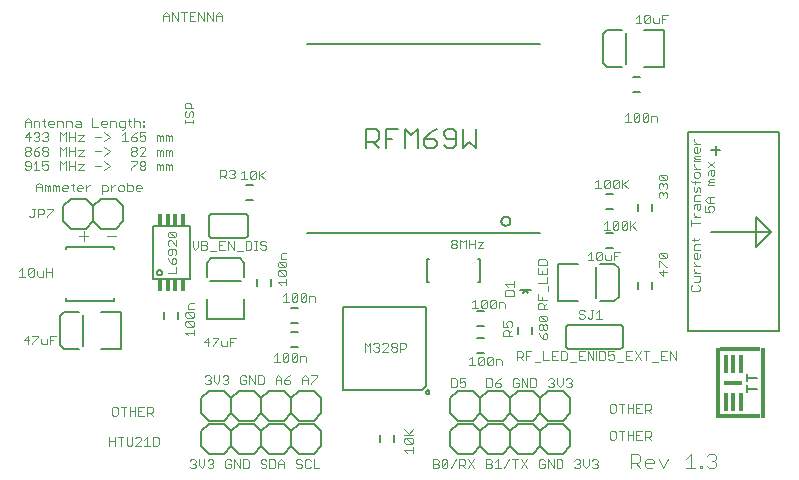
<source format=gto>
G75*
%MOIN*%
%OFA0B0*%
%FSLAX25Y25*%
%IPPOS*%
%LPD*%
%AMOC8*
5,1,8,0,0,1.08239X$1,22.5*
%
%ADD10C,0.00300*%
%ADD11R,0.01250X0.06250*%
%ADD12R,0.06250X0.01250*%
%ADD13C,0.00800*%
%ADD14R,0.01250X0.23750*%
%ADD15R,0.13600X0.01400*%
%ADD16C,0.00400*%
%ADD17C,0.00500*%
%ADD18C,0.00600*%
%ADD19R,0.01181X0.03937*%
D10*
X0033950Y0013450D02*
X0033950Y0016352D01*
X0033950Y0014901D02*
X0035885Y0014901D01*
X0035885Y0016352D02*
X0035885Y0013450D01*
X0037864Y0013450D02*
X0037864Y0016352D01*
X0036897Y0016352D02*
X0038831Y0016352D01*
X0039843Y0016352D02*
X0039843Y0013934D01*
X0040327Y0013450D01*
X0041294Y0013450D01*
X0041778Y0013934D01*
X0041778Y0016352D01*
X0042790Y0015869D02*
X0043273Y0016352D01*
X0044241Y0016352D01*
X0044725Y0015869D01*
X0044725Y0015385D01*
X0042790Y0013450D01*
X0044725Y0013450D01*
X0045736Y0013450D02*
X0047671Y0013450D01*
X0046704Y0013450D02*
X0046704Y0016352D01*
X0045736Y0015385D01*
X0048683Y0016352D02*
X0048683Y0013450D01*
X0050134Y0013450D01*
X0050618Y0013934D01*
X0050618Y0015869D01*
X0050134Y0016352D01*
X0048683Y0016352D01*
X0048671Y0023450D02*
X0047704Y0024417D01*
X0048187Y0024417D02*
X0046736Y0024417D01*
X0046736Y0023450D02*
X0046736Y0026352D01*
X0048187Y0026352D01*
X0048671Y0025869D01*
X0048671Y0024901D01*
X0048187Y0024417D01*
X0045725Y0023450D02*
X0043790Y0023450D01*
X0043790Y0026352D01*
X0045725Y0026352D01*
X0044757Y0024901D02*
X0043790Y0024901D01*
X0042778Y0024901D02*
X0040843Y0024901D01*
X0040843Y0023450D02*
X0040843Y0026352D01*
X0039831Y0026352D02*
X0037897Y0026352D01*
X0038864Y0026352D02*
X0038864Y0023450D01*
X0036885Y0023934D02*
X0036885Y0025869D01*
X0036401Y0026352D01*
X0035434Y0026352D01*
X0034950Y0025869D01*
X0034950Y0023934D01*
X0035434Y0023450D01*
X0036401Y0023450D01*
X0036885Y0023934D01*
X0042778Y0023450D02*
X0042778Y0026352D01*
X0065950Y0034434D02*
X0066434Y0033950D01*
X0067401Y0033950D01*
X0067885Y0034434D01*
X0067885Y0034917D01*
X0067401Y0035401D01*
X0066917Y0035401D01*
X0067401Y0035401D02*
X0067885Y0035885D01*
X0067885Y0036369D01*
X0067401Y0036852D01*
X0066434Y0036852D01*
X0065950Y0036369D01*
X0068897Y0036852D02*
X0068897Y0034917D01*
X0069864Y0033950D01*
X0070831Y0034917D01*
X0070831Y0036852D01*
X0071843Y0036369D02*
X0072327Y0036852D01*
X0073294Y0036852D01*
X0073778Y0036369D01*
X0073778Y0035885D01*
X0073294Y0035401D01*
X0073778Y0034917D01*
X0073778Y0034434D01*
X0073294Y0033950D01*
X0072327Y0033950D01*
X0071843Y0034434D01*
X0072811Y0035401D02*
X0073294Y0035401D01*
X0077736Y0034434D02*
X0078220Y0033950D01*
X0079187Y0033950D01*
X0079671Y0034434D01*
X0079671Y0035401D01*
X0078704Y0035401D01*
X0079671Y0036369D02*
X0079187Y0036852D01*
X0078220Y0036852D01*
X0077736Y0036369D01*
X0077736Y0034434D01*
X0080683Y0033950D02*
X0080683Y0036852D01*
X0082618Y0033950D01*
X0082618Y0036852D01*
X0083629Y0036852D02*
X0085080Y0036852D01*
X0085564Y0036369D01*
X0085564Y0034434D01*
X0085080Y0033950D01*
X0083629Y0033950D01*
X0083629Y0036852D01*
X0089522Y0035885D02*
X0089522Y0033950D01*
X0089522Y0035401D02*
X0091457Y0035401D01*
X0091457Y0035885D02*
X0091457Y0033950D01*
X0092469Y0034434D02*
X0092469Y0035401D01*
X0093920Y0035401D01*
X0094404Y0034917D01*
X0094404Y0034434D01*
X0093920Y0033950D01*
X0092952Y0033950D01*
X0092469Y0034434D01*
X0092469Y0035401D02*
X0093436Y0036369D01*
X0094404Y0036852D01*
X0098362Y0035885D02*
X0098362Y0033950D01*
X0098362Y0035401D02*
X0100297Y0035401D01*
X0100297Y0035885D02*
X0100297Y0033950D01*
X0101308Y0033950D02*
X0101308Y0034434D01*
X0103243Y0036369D01*
X0103243Y0036852D01*
X0101308Y0036852D01*
X0100297Y0035885D02*
X0099329Y0036852D01*
X0098362Y0035885D01*
X0097790Y0041450D02*
X0097790Y0043385D01*
X0099241Y0043385D01*
X0099725Y0042901D01*
X0099725Y0041450D01*
X0096778Y0041934D02*
X0096778Y0043869D01*
X0094843Y0041934D01*
X0095327Y0041450D01*
X0096294Y0041450D01*
X0096778Y0041934D01*
X0096778Y0043869D02*
X0096294Y0044352D01*
X0095327Y0044352D01*
X0094843Y0043869D01*
X0094843Y0041934D01*
X0093831Y0041934D02*
X0093348Y0041450D01*
X0092380Y0041450D01*
X0091897Y0041934D01*
X0093831Y0043869D01*
X0093831Y0041934D01*
X0091897Y0041934D02*
X0091897Y0043869D01*
X0092380Y0044352D01*
X0093348Y0044352D01*
X0093831Y0043869D01*
X0089917Y0044352D02*
X0088950Y0043385D01*
X0089917Y0044352D02*
X0089917Y0041450D01*
X0088950Y0041450D02*
X0090885Y0041450D01*
X0090490Y0036852D02*
X0091457Y0035885D01*
X0090490Y0036852D02*
X0089522Y0035885D01*
X0074397Y0046506D02*
X0074397Y0049408D01*
X0076332Y0049408D01*
X0075365Y0047957D02*
X0074397Y0047957D01*
X0073386Y0048441D02*
X0073386Y0046506D01*
X0071934Y0046506D01*
X0071451Y0046990D01*
X0071451Y0048441D01*
X0070439Y0048925D02*
X0068504Y0046990D01*
X0068504Y0046506D01*
X0067009Y0046506D02*
X0067009Y0049408D01*
X0065558Y0047957D01*
X0067493Y0047957D01*
X0068504Y0049408D02*
X0070439Y0049408D01*
X0070439Y0048925D01*
X0062350Y0050164D02*
X0062350Y0052099D01*
X0062350Y0051131D02*
X0059448Y0051131D01*
X0060415Y0050164D01*
X0059931Y0053110D02*
X0059448Y0053594D01*
X0059448Y0054562D01*
X0059931Y0055045D01*
X0061866Y0053110D01*
X0062350Y0053594D01*
X0062350Y0054562D01*
X0061866Y0055045D01*
X0059931Y0055045D01*
X0059931Y0056057D02*
X0059448Y0056541D01*
X0059448Y0057508D01*
X0059931Y0057992D01*
X0061866Y0056057D01*
X0062350Y0056541D01*
X0062350Y0057508D01*
X0061866Y0057992D01*
X0059931Y0057992D01*
X0060415Y0059003D02*
X0060415Y0060455D01*
X0060899Y0060938D01*
X0062350Y0060938D01*
X0062350Y0059003D02*
X0060415Y0059003D01*
X0059931Y0056057D02*
X0061866Y0056057D01*
X0061866Y0053110D02*
X0059931Y0053110D01*
X0056461Y0071076D02*
X0053559Y0071076D01*
X0056461Y0071076D02*
X0056461Y0073011D01*
X0055977Y0074023D02*
X0056461Y0074506D01*
X0056461Y0075474D01*
X0055977Y0075957D01*
X0055494Y0075957D01*
X0055010Y0075474D01*
X0055010Y0074023D01*
X0055977Y0074023D01*
X0055010Y0074023D02*
X0054042Y0074990D01*
X0053559Y0075957D01*
X0054042Y0076969D02*
X0054526Y0076969D01*
X0055010Y0077453D01*
X0055010Y0078904D01*
X0055977Y0078904D02*
X0054042Y0078904D01*
X0053559Y0078420D01*
X0053559Y0077453D01*
X0054042Y0076969D01*
X0055977Y0076969D02*
X0056461Y0077453D01*
X0056461Y0078420D01*
X0055977Y0078904D01*
X0056461Y0079916D02*
X0054526Y0081851D01*
X0054042Y0081851D01*
X0053559Y0081367D01*
X0053559Y0080399D01*
X0054042Y0079916D01*
X0056461Y0079916D02*
X0056461Y0081851D01*
X0055977Y0082862D02*
X0054042Y0082862D01*
X0053559Y0083346D01*
X0053559Y0084313D01*
X0054042Y0084797D01*
X0055977Y0082862D01*
X0056461Y0083346D01*
X0056461Y0084313D01*
X0055977Y0084797D01*
X0054042Y0084797D01*
X0061838Y0081652D02*
X0061838Y0079717D01*
X0062806Y0078750D01*
X0063773Y0079717D01*
X0063773Y0081652D01*
X0064785Y0081652D02*
X0066236Y0081652D01*
X0066720Y0081169D01*
X0066720Y0080685D01*
X0066236Y0080201D01*
X0064785Y0080201D01*
X0064785Y0078750D02*
X0066236Y0078750D01*
X0066720Y0079234D01*
X0066720Y0079717D01*
X0066236Y0080201D01*
X0064785Y0078750D02*
X0064785Y0081652D01*
X0067731Y0078266D02*
X0069666Y0078266D01*
X0070678Y0078750D02*
X0072613Y0078750D01*
X0073624Y0078750D02*
X0073624Y0081652D01*
X0075559Y0078750D01*
X0075559Y0081652D01*
X0072613Y0081652D02*
X0070678Y0081652D01*
X0070678Y0078750D01*
X0070678Y0080201D02*
X0071645Y0080201D01*
X0076571Y0078266D02*
X0078506Y0078266D01*
X0079517Y0078750D02*
X0080969Y0078750D01*
X0081452Y0079234D01*
X0081452Y0081169D01*
X0080969Y0081652D01*
X0079517Y0081652D01*
X0079517Y0078750D01*
X0082464Y0078750D02*
X0083431Y0078750D01*
X0082948Y0078750D02*
X0082948Y0081652D01*
X0083431Y0081652D02*
X0082464Y0081652D01*
X0084428Y0081169D02*
X0084428Y0080685D01*
X0084912Y0080201D01*
X0085880Y0080201D01*
X0086363Y0079717D01*
X0086363Y0079234D01*
X0085880Y0078750D01*
X0084912Y0078750D01*
X0084428Y0079234D01*
X0084428Y0081169D02*
X0084912Y0081652D01*
X0085880Y0081652D01*
X0086363Y0081169D01*
X0091215Y0077241D02*
X0091699Y0077725D01*
X0093150Y0077725D01*
X0093150Y0075790D02*
X0091215Y0075790D01*
X0091215Y0077241D01*
X0090731Y0074778D02*
X0092666Y0072843D01*
X0093150Y0073327D01*
X0093150Y0074294D01*
X0092666Y0074778D01*
X0090731Y0074778D01*
X0090248Y0074294D01*
X0090248Y0073327D01*
X0090731Y0072843D01*
X0092666Y0072843D01*
X0092666Y0071831D02*
X0090731Y0071831D01*
X0092666Y0069897D01*
X0093150Y0070380D01*
X0093150Y0071348D01*
X0092666Y0071831D01*
X0092666Y0069897D02*
X0090731Y0069897D01*
X0090248Y0070380D01*
X0090248Y0071348D01*
X0090731Y0071831D01*
X0093150Y0068885D02*
X0093150Y0066950D01*
X0093150Y0067917D02*
X0090248Y0067917D01*
X0091215Y0066950D01*
X0092917Y0064352D02*
X0092917Y0061450D01*
X0091950Y0061450D02*
X0093885Y0061450D01*
X0094897Y0061934D02*
X0096831Y0063869D01*
X0096831Y0061934D01*
X0096348Y0061450D01*
X0095380Y0061450D01*
X0094897Y0061934D01*
X0094897Y0063869D01*
X0095380Y0064352D01*
X0096348Y0064352D01*
X0096831Y0063869D01*
X0097843Y0063869D02*
X0098327Y0064352D01*
X0099294Y0064352D01*
X0099778Y0063869D01*
X0097843Y0061934D01*
X0098327Y0061450D01*
X0099294Y0061450D01*
X0099778Y0061934D01*
X0099778Y0063869D01*
X0100790Y0063385D02*
X0102241Y0063385D01*
X0102725Y0062901D01*
X0102725Y0061450D01*
X0100790Y0061450D02*
X0100790Y0063385D01*
X0097843Y0063869D02*
X0097843Y0061934D01*
X0092917Y0064352D02*
X0091950Y0063385D01*
X0119217Y0047652D02*
X0120185Y0046685D01*
X0121152Y0047652D01*
X0121152Y0044750D01*
X0122164Y0045234D02*
X0122648Y0044750D01*
X0123615Y0044750D01*
X0124099Y0045234D01*
X0124099Y0045717D01*
X0123615Y0046201D01*
X0123131Y0046201D01*
X0123615Y0046201D02*
X0124099Y0046685D01*
X0124099Y0047169D01*
X0123615Y0047652D01*
X0122648Y0047652D01*
X0122164Y0047169D01*
X0125110Y0047169D02*
X0125594Y0047652D01*
X0126562Y0047652D01*
X0127045Y0047169D01*
X0127045Y0046685D01*
X0125110Y0044750D01*
X0127045Y0044750D01*
X0128057Y0045234D02*
X0128057Y0045717D01*
X0128541Y0046201D01*
X0129508Y0046201D01*
X0129992Y0045717D01*
X0129992Y0045234D01*
X0129508Y0044750D01*
X0128541Y0044750D01*
X0128057Y0045234D01*
X0128541Y0046201D02*
X0128057Y0046685D01*
X0128057Y0047169D01*
X0128541Y0047652D01*
X0129508Y0047652D01*
X0129992Y0047169D01*
X0129992Y0046685D01*
X0129508Y0046201D01*
X0131003Y0045717D02*
X0132455Y0045717D01*
X0132938Y0046201D01*
X0132938Y0047169D01*
X0132455Y0047652D01*
X0131003Y0047652D01*
X0131003Y0044750D01*
X0119217Y0044750D02*
X0119217Y0047652D01*
X0147950Y0035852D02*
X0147950Y0032950D01*
X0149401Y0032950D01*
X0149885Y0033434D01*
X0149885Y0035369D01*
X0149401Y0035852D01*
X0147950Y0035852D01*
X0150897Y0035852D02*
X0150897Y0034401D01*
X0151864Y0034885D01*
X0152348Y0034885D01*
X0152831Y0034401D01*
X0152831Y0033434D01*
X0152348Y0032950D01*
X0151380Y0032950D01*
X0150897Y0033434D01*
X0150897Y0035852D02*
X0152831Y0035852D01*
X0154164Y0040250D02*
X0156099Y0040250D01*
X0155131Y0040250D02*
X0155131Y0043152D01*
X0154164Y0042185D01*
X0157110Y0042669D02*
X0157110Y0040734D01*
X0159045Y0042669D01*
X0159045Y0040734D01*
X0158562Y0040250D01*
X0157594Y0040250D01*
X0157110Y0040734D01*
X0157110Y0042669D02*
X0157594Y0043152D01*
X0158562Y0043152D01*
X0159045Y0042669D01*
X0160057Y0042669D02*
X0160057Y0040734D01*
X0161992Y0042669D01*
X0161992Y0040734D01*
X0161508Y0040250D01*
X0160541Y0040250D01*
X0160057Y0040734D01*
X0160057Y0042669D02*
X0160541Y0043152D01*
X0161508Y0043152D01*
X0161992Y0042669D01*
X0163003Y0042185D02*
X0163003Y0040250D01*
X0163003Y0042185D02*
X0164455Y0042185D01*
X0164938Y0041701D01*
X0164938Y0040250D01*
X0169950Y0041950D02*
X0169950Y0044852D01*
X0171401Y0044852D01*
X0171885Y0044369D01*
X0171885Y0043401D01*
X0171401Y0042917D01*
X0169950Y0042917D01*
X0170917Y0042917D02*
X0171885Y0041950D01*
X0172897Y0041950D02*
X0172897Y0044852D01*
X0174831Y0044852D01*
X0173864Y0043401D02*
X0172897Y0043401D01*
X0175843Y0041466D02*
X0177778Y0041466D01*
X0178790Y0041950D02*
X0180725Y0041950D01*
X0181736Y0041950D02*
X0183671Y0041950D01*
X0184683Y0041950D02*
X0186134Y0041950D01*
X0186618Y0042434D01*
X0186618Y0044369D01*
X0186134Y0044852D01*
X0184683Y0044852D01*
X0184683Y0041950D01*
X0182704Y0043401D02*
X0181736Y0043401D01*
X0181736Y0044852D02*
X0181736Y0041950D01*
X0181736Y0044852D02*
X0183671Y0044852D01*
X0178790Y0044852D02*
X0178790Y0041950D01*
X0187629Y0041466D02*
X0189564Y0041466D01*
X0190576Y0041950D02*
X0192511Y0041950D01*
X0193522Y0041950D02*
X0193522Y0044852D01*
X0195457Y0041950D01*
X0195457Y0044852D01*
X0196469Y0044852D02*
X0196469Y0041950D01*
X0197451Y0041950D02*
X0198902Y0041950D01*
X0199386Y0042434D01*
X0199386Y0044369D01*
X0198902Y0044852D01*
X0197451Y0044852D01*
X0197451Y0041950D01*
X0200397Y0042434D02*
X0200881Y0041950D01*
X0201849Y0041950D01*
X0202332Y0042434D01*
X0202332Y0043401D01*
X0201849Y0043885D01*
X0201365Y0043885D01*
X0200397Y0043401D01*
X0200397Y0044852D01*
X0202332Y0044852D01*
X0206290Y0044852D02*
X0206290Y0041950D01*
X0208225Y0041950D01*
X0209237Y0041950D02*
X0211172Y0044852D01*
X0212183Y0044852D02*
X0214118Y0044852D01*
X0213151Y0044852D02*
X0213151Y0041950D01*
X0211172Y0041950D02*
X0209237Y0044852D01*
X0208225Y0044852D02*
X0206290Y0044852D01*
X0206290Y0043401D02*
X0207258Y0043401D01*
X0205279Y0041466D02*
X0203344Y0041466D01*
X0192511Y0044852D02*
X0190576Y0044852D01*
X0190576Y0041950D01*
X0190576Y0043401D02*
X0191543Y0043401D01*
X0187706Y0035852D02*
X0188190Y0035369D01*
X0188190Y0034885D01*
X0187706Y0034401D01*
X0188190Y0033917D01*
X0188190Y0033434D01*
X0187706Y0032950D01*
X0186738Y0032950D01*
X0186255Y0033434D01*
X0185243Y0033917D02*
X0185243Y0035852D01*
X0186255Y0035369D02*
X0186738Y0035852D01*
X0187706Y0035852D01*
X0187706Y0034401D02*
X0187222Y0034401D01*
X0185243Y0033917D02*
X0184276Y0032950D01*
X0183308Y0033917D01*
X0183308Y0035852D01*
X0182297Y0035369D02*
X0182297Y0034885D01*
X0181813Y0034401D01*
X0182297Y0033917D01*
X0182297Y0033434D01*
X0181813Y0032950D01*
X0180845Y0032950D01*
X0180362Y0033434D01*
X0181329Y0034401D02*
X0181813Y0034401D01*
X0182297Y0035369D02*
X0181813Y0035852D01*
X0180845Y0035852D01*
X0180362Y0035369D01*
X0176404Y0035369D02*
X0175920Y0035852D01*
X0174469Y0035852D01*
X0174469Y0032950D01*
X0175920Y0032950D01*
X0176404Y0033434D01*
X0176404Y0035369D01*
X0173457Y0035852D02*
X0173457Y0032950D01*
X0171522Y0035852D01*
X0171522Y0032950D01*
X0170511Y0033434D02*
X0170511Y0034401D01*
X0169543Y0034401D01*
X0168576Y0033434D02*
X0169059Y0032950D01*
X0170027Y0032950D01*
X0170511Y0033434D01*
X0168576Y0033434D02*
X0168576Y0035369D01*
X0169059Y0035852D01*
X0170027Y0035852D01*
X0170511Y0035369D01*
X0164618Y0035852D02*
X0163650Y0035369D01*
X0162683Y0034401D01*
X0164134Y0034401D01*
X0164618Y0033917D01*
X0164618Y0033434D01*
X0164134Y0032950D01*
X0163166Y0032950D01*
X0162683Y0033434D01*
X0162683Y0034401D01*
X0161671Y0033434D02*
X0161671Y0035369D01*
X0161187Y0035852D01*
X0159736Y0035852D01*
X0159736Y0032950D01*
X0161187Y0032950D01*
X0161671Y0033434D01*
X0165498Y0049950D02*
X0165498Y0051401D01*
X0165981Y0051885D01*
X0166949Y0051885D01*
X0167433Y0051401D01*
X0167433Y0049950D01*
X0168400Y0049950D02*
X0165498Y0049950D01*
X0167433Y0050917D02*
X0168400Y0051885D01*
X0167916Y0052897D02*
X0168400Y0053380D01*
X0168400Y0054348D01*
X0167916Y0054831D01*
X0166949Y0054831D01*
X0166465Y0054348D01*
X0166465Y0053864D01*
X0166949Y0052897D01*
X0165498Y0052897D01*
X0165498Y0054831D01*
X0165938Y0059250D02*
X0165938Y0060701D01*
X0165455Y0061185D01*
X0164003Y0061185D01*
X0164003Y0059250D01*
X0162992Y0059734D02*
X0162508Y0059250D01*
X0161541Y0059250D01*
X0161057Y0059734D01*
X0162992Y0061669D01*
X0162992Y0059734D01*
X0162992Y0061669D02*
X0162508Y0062152D01*
X0161541Y0062152D01*
X0161057Y0061669D01*
X0161057Y0059734D01*
X0160045Y0059734D02*
X0159562Y0059250D01*
X0158594Y0059250D01*
X0158110Y0059734D01*
X0160045Y0061669D01*
X0160045Y0059734D01*
X0158110Y0059734D02*
X0158110Y0061669D01*
X0158594Y0062152D01*
X0159562Y0062152D01*
X0160045Y0061669D01*
X0157099Y0059250D02*
X0155164Y0059250D01*
X0156131Y0059250D02*
X0156131Y0062152D01*
X0155164Y0061185D01*
X0165998Y0063450D02*
X0165998Y0064901D01*
X0166481Y0065385D01*
X0168416Y0065385D01*
X0168900Y0064901D01*
X0168900Y0063450D01*
X0165998Y0063450D01*
X0166965Y0066397D02*
X0165998Y0067364D01*
X0168900Y0067364D01*
X0168900Y0066397D02*
X0168900Y0068331D01*
X0176998Y0067790D02*
X0179900Y0067790D01*
X0179900Y0069725D01*
X0179900Y0070736D02*
X0176998Y0070736D01*
X0176998Y0072671D01*
X0176998Y0073683D02*
X0176998Y0075134D01*
X0177481Y0075618D01*
X0179416Y0075618D01*
X0179900Y0075134D01*
X0179900Y0073683D01*
X0176998Y0073683D01*
X0178449Y0071704D02*
X0178449Y0070736D01*
X0179900Y0070736D02*
X0179900Y0072671D01*
X0180384Y0066778D02*
X0180384Y0064843D01*
X0178449Y0062864D02*
X0178449Y0061897D01*
X0178449Y0060885D02*
X0178933Y0060401D01*
X0178933Y0058950D01*
X0179900Y0058950D02*
X0176998Y0058950D01*
X0176998Y0060401D01*
X0177481Y0060885D01*
X0178449Y0060885D01*
X0178933Y0059917D02*
X0179900Y0060885D01*
X0179900Y0061897D02*
X0176998Y0061897D01*
X0176998Y0063831D01*
X0177731Y0056778D02*
X0179666Y0054843D01*
X0180150Y0055327D01*
X0180150Y0056294D01*
X0179666Y0056778D01*
X0177731Y0056778D01*
X0177248Y0056294D01*
X0177248Y0055327D01*
X0177731Y0054843D01*
X0179666Y0054843D01*
X0179666Y0053831D02*
X0180150Y0053348D01*
X0180150Y0052380D01*
X0179666Y0051897D01*
X0179183Y0051897D01*
X0178699Y0052380D01*
X0178699Y0053348D01*
X0179183Y0053831D01*
X0179666Y0053831D01*
X0178699Y0053348D02*
X0178215Y0053831D01*
X0177731Y0053831D01*
X0177248Y0053348D01*
X0177248Y0052380D01*
X0177731Y0051897D01*
X0178215Y0051897D01*
X0178699Y0052380D01*
X0179183Y0050885D02*
X0178699Y0050401D01*
X0178699Y0048950D01*
X0179666Y0048950D01*
X0180150Y0049434D01*
X0180150Y0050401D01*
X0179666Y0050885D01*
X0179183Y0050885D01*
X0177731Y0049917D02*
X0178699Y0048950D01*
X0177731Y0049917D02*
X0177248Y0050885D01*
X0190610Y0056234D02*
X0191094Y0055750D01*
X0192062Y0055750D01*
X0192545Y0056234D01*
X0192545Y0056717D01*
X0192062Y0057201D01*
X0191094Y0057201D01*
X0190610Y0057685D01*
X0190610Y0058169D01*
X0191094Y0058652D01*
X0192062Y0058652D01*
X0192545Y0058169D01*
X0194524Y0058652D02*
X0195492Y0058652D01*
X0195008Y0058652D02*
X0195008Y0056234D01*
X0194524Y0055750D01*
X0194041Y0055750D01*
X0193557Y0056234D01*
X0196503Y0055750D02*
X0198438Y0055750D01*
X0197471Y0055750D02*
X0197471Y0058652D01*
X0196503Y0057685D01*
X0217248Y0071401D02*
X0218699Y0069950D01*
X0218699Y0071885D01*
X0219666Y0072897D02*
X0220150Y0072897D01*
X0219666Y0072897D02*
X0217731Y0074831D01*
X0217248Y0074831D01*
X0217248Y0072897D01*
X0217248Y0071401D02*
X0220150Y0071401D01*
X0219666Y0075843D02*
X0217731Y0077778D01*
X0219666Y0077778D01*
X0220150Y0077294D01*
X0220150Y0076327D01*
X0219666Y0075843D01*
X0217731Y0075843D01*
X0217248Y0076327D01*
X0217248Y0077294D01*
X0217731Y0077778D01*
X0209725Y0085450D02*
X0208273Y0086901D01*
X0207790Y0086417D02*
X0209725Y0088352D01*
X0207790Y0088352D02*
X0207790Y0085450D01*
X0206778Y0085934D02*
X0206294Y0085450D01*
X0205327Y0085450D01*
X0204843Y0085934D01*
X0206778Y0087869D01*
X0206778Y0085934D01*
X0206778Y0087869D02*
X0206294Y0088352D01*
X0205327Y0088352D01*
X0204843Y0087869D01*
X0204843Y0085934D01*
X0203831Y0085934D02*
X0203348Y0085450D01*
X0202380Y0085450D01*
X0201897Y0085934D01*
X0203831Y0087869D01*
X0203831Y0085934D01*
X0201897Y0085934D02*
X0201897Y0087869D01*
X0202380Y0088352D01*
X0203348Y0088352D01*
X0203831Y0087869D01*
X0199917Y0088352D02*
X0199917Y0085450D01*
X0198950Y0085450D02*
X0200885Y0085450D01*
X0198950Y0087385D02*
X0199917Y0088352D01*
X0197954Y0078097D02*
X0198438Y0077613D01*
X0196503Y0075678D01*
X0196987Y0075194D01*
X0197954Y0075194D01*
X0198438Y0075678D01*
X0198438Y0077613D01*
X0197954Y0078097D02*
X0196987Y0078097D01*
X0196503Y0077613D01*
X0196503Y0075678D01*
X0195491Y0075194D02*
X0193556Y0075194D01*
X0194524Y0075194D02*
X0194524Y0078097D01*
X0193556Y0077129D01*
X0199449Y0077129D02*
X0199449Y0075678D01*
X0199933Y0075194D01*
X0201384Y0075194D01*
X0201384Y0077129D01*
X0202396Y0076645D02*
X0203363Y0076645D01*
X0202396Y0075194D02*
X0202396Y0078097D01*
X0204331Y0078097D01*
X0228431Y0082131D02*
X0230366Y0082131D01*
X0230850Y0082614D01*
X0228915Y0082614D02*
X0228915Y0081647D01*
X0229399Y0080635D02*
X0230850Y0080635D01*
X0229399Y0080635D02*
X0228915Y0080152D01*
X0228915Y0078700D01*
X0230850Y0078700D01*
X0229883Y0077689D02*
X0229883Y0075754D01*
X0230366Y0075754D02*
X0229399Y0075754D01*
X0228915Y0076238D01*
X0228915Y0077205D01*
X0229399Y0077689D01*
X0229883Y0077689D01*
X0230850Y0077205D02*
X0230850Y0076238D01*
X0230366Y0075754D01*
X0228915Y0074750D02*
X0228915Y0074266D01*
X0229883Y0073298D01*
X0230850Y0073298D02*
X0228915Y0073298D01*
X0228915Y0072294D02*
X0228915Y0071811D01*
X0229883Y0070843D01*
X0230850Y0070843D02*
X0228915Y0070843D01*
X0228915Y0069831D02*
X0230850Y0069831D01*
X0230850Y0068380D01*
X0230366Y0067897D01*
X0228915Y0067897D01*
X0228431Y0066885D02*
X0227948Y0066401D01*
X0227948Y0065434D01*
X0228431Y0064950D01*
X0230366Y0064950D01*
X0230850Y0065434D01*
X0230850Y0066401D01*
X0230366Y0066885D01*
X0227948Y0086558D02*
X0227948Y0088493D01*
X0227948Y0087525D02*
X0230850Y0087525D01*
X0230850Y0089504D02*
X0228915Y0089504D01*
X0229883Y0089504D02*
X0228915Y0090472D01*
X0228915Y0090956D01*
X0228915Y0092443D02*
X0228915Y0093411D01*
X0229399Y0093895D01*
X0230850Y0093895D01*
X0230850Y0092443D01*
X0230366Y0091960D01*
X0229883Y0092443D01*
X0229883Y0093895D01*
X0230850Y0094906D02*
X0228915Y0094906D01*
X0228915Y0096357D01*
X0229399Y0096841D01*
X0230850Y0096841D01*
X0230850Y0097853D02*
X0230850Y0099304D01*
X0230366Y0099788D01*
X0229883Y0099304D01*
X0229883Y0098337D01*
X0229399Y0097853D01*
X0228915Y0098337D01*
X0228915Y0099788D01*
X0229399Y0100799D02*
X0229399Y0101767D01*
X0229399Y0102764D02*
X0230366Y0102764D01*
X0230850Y0103247D01*
X0230850Y0104215D01*
X0230366Y0104699D01*
X0229399Y0104699D01*
X0228915Y0104215D01*
X0228915Y0103247D01*
X0229399Y0102764D01*
X0227948Y0101767D02*
X0228431Y0101283D01*
X0230850Y0101283D01*
X0233715Y0101759D02*
X0234199Y0102243D01*
X0235650Y0102243D01*
X0235650Y0101276D02*
X0234199Y0101276D01*
X0233715Y0101759D01*
X0234199Y0101276D02*
X0233715Y0100792D01*
X0233715Y0100308D01*
X0235650Y0100308D01*
X0235166Y0103255D02*
X0234683Y0103738D01*
X0234683Y0105190D01*
X0234199Y0105190D02*
X0235650Y0105190D01*
X0235650Y0103738D01*
X0235166Y0103255D01*
X0233715Y0103738D02*
X0233715Y0104706D01*
X0234199Y0105190D01*
X0233715Y0106201D02*
X0235650Y0108136D01*
X0235650Y0106201D02*
X0233715Y0108136D01*
X0230850Y0108166D02*
X0228915Y0108166D01*
X0228915Y0108649D01*
X0229399Y0109133D01*
X0228915Y0109617D01*
X0229399Y0110101D01*
X0230850Y0110101D01*
X0230850Y0109133D02*
X0229399Y0109133D01*
X0229399Y0111112D02*
X0228915Y0111596D01*
X0228915Y0112563D01*
X0229399Y0113047D01*
X0229883Y0113047D01*
X0229883Y0111112D01*
X0230366Y0111112D02*
X0229399Y0111112D01*
X0230366Y0111112D02*
X0230850Y0111596D01*
X0230850Y0112563D01*
X0230850Y0114059D02*
X0228915Y0114059D01*
X0228915Y0115026D02*
X0228915Y0115510D01*
X0228915Y0115026D02*
X0229883Y0114059D01*
X0228915Y0107161D02*
X0228915Y0106678D01*
X0229883Y0105710D01*
X0230850Y0105710D02*
X0228915Y0105710D01*
X0220150Y0103294D02*
X0220150Y0102327D01*
X0219666Y0101843D01*
X0217731Y0103778D01*
X0219666Y0103778D01*
X0220150Y0103294D01*
X0219666Y0101843D02*
X0217731Y0101843D01*
X0217248Y0102327D01*
X0217248Y0103294D01*
X0217731Y0103778D01*
X0217731Y0100831D02*
X0218215Y0100831D01*
X0218699Y0100348D01*
X0219183Y0100831D01*
X0219666Y0100831D01*
X0220150Y0100348D01*
X0220150Y0099380D01*
X0219666Y0098897D01*
X0219666Y0097885D02*
X0220150Y0097401D01*
X0220150Y0096434D01*
X0219666Y0095950D01*
X0218699Y0096917D02*
X0218699Y0097401D01*
X0219183Y0097885D01*
X0219666Y0097885D01*
X0218699Y0097401D02*
X0218215Y0097885D01*
X0217731Y0097885D01*
X0217248Y0097401D01*
X0217248Y0096434D01*
X0217731Y0095950D01*
X0217731Y0098897D02*
X0217248Y0099380D01*
X0217248Y0100348D01*
X0217731Y0100831D01*
X0218699Y0100348D02*
X0218699Y0099864D01*
X0206938Y0099250D02*
X0205487Y0100701D01*
X0205003Y0100217D02*
X0206938Y0102152D01*
X0205003Y0102152D02*
X0205003Y0099250D01*
X0203992Y0099734D02*
X0203992Y0101669D01*
X0202057Y0099734D01*
X0202541Y0099250D01*
X0203508Y0099250D01*
X0203992Y0099734D01*
X0203992Y0101669D02*
X0203508Y0102152D01*
X0202541Y0102152D01*
X0202057Y0101669D01*
X0202057Y0099734D01*
X0201045Y0099734D02*
X0201045Y0101669D01*
X0199110Y0099734D01*
X0199594Y0099250D01*
X0200562Y0099250D01*
X0201045Y0099734D01*
X0199110Y0099734D02*
X0199110Y0101669D01*
X0199594Y0102152D01*
X0200562Y0102152D01*
X0201045Y0101669D01*
X0198099Y0099250D02*
X0196164Y0099250D01*
X0197131Y0099250D02*
X0197131Y0102152D01*
X0196164Y0101185D01*
X0205950Y0121450D02*
X0207885Y0121450D01*
X0206917Y0121450D02*
X0206917Y0124352D01*
X0205950Y0123385D01*
X0208897Y0123869D02*
X0208897Y0121934D01*
X0210831Y0123869D01*
X0210831Y0121934D01*
X0210348Y0121450D01*
X0209380Y0121450D01*
X0208897Y0121934D01*
X0208897Y0123869D02*
X0209380Y0124352D01*
X0210348Y0124352D01*
X0210831Y0123869D01*
X0211843Y0123869D02*
X0212327Y0124352D01*
X0213294Y0124352D01*
X0213778Y0123869D01*
X0211843Y0121934D01*
X0212327Y0121450D01*
X0213294Y0121450D01*
X0213778Y0121934D01*
X0213778Y0123869D01*
X0214790Y0123385D02*
X0214790Y0121450D01*
X0216725Y0121450D02*
X0216725Y0122901D01*
X0216241Y0123385D01*
X0214790Y0123385D01*
X0211843Y0123869D02*
X0211843Y0121934D01*
X0233715Y0096350D02*
X0235650Y0096350D01*
X0234199Y0096350D02*
X0234199Y0094415D01*
X0233715Y0094415D02*
X0232748Y0095383D01*
X0233715Y0096350D01*
X0233715Y0094415D02*
X0235650Y0094415D01*
X0235166Y0093404D02*
X0235650Y0092920D01*
X0235650Y0091952D01*
X0235166Y0091469D01*
X0234199Y0091469D02*
X0233715Y0092436D01*
X0233715Y0092920D01*
X0234199Y0093404D01*
X0235166Y0093404D01*
X0234199Y0091469D02*
X0232748Y0091469D01*
X0232748Y0093404D01*
X0158812Y0081165D02*
X0156877Y0079230D01*
X0158812Y0079230D01*
X0158812Y0081165D02*
X0156877Y0081165D01*
X0155866Y0080682D02*
X0153931Y0080682D01*
X0153931Y0082133D02*
X0153931Y0079230D01*
X0152919Y0079230D02*
X0152919Y0082133D01*
X0151952Y0081165D01*
X0150984Y0082133D01*
X0150984Y0079230D01*
X0149973Y0079714D02*
X0149489Y0079230D01*
X0148522Y0079230D01*
X0148038Y0079714D01*
X0148038Y0080198D01*
X0148522Y0080682D01*
X0149489Y0080682D01*
X0149973Y0080198D01*
X0149973Y0079714D01*
X0149489Y0080682D02*
X0149973Y0081165D01*
X0149973Y0081649D01*
X0149489Y0082133D01*
X0148522Y0082133D01*
X0148038Y0081649D01*
X0148038Y0081165D01*
X0148522Y0080682D01*
X0155866Y0082133D02*
X0155866Y0079230D01*
X0215130Y0041466D02*
X0217065Y0041466D01*
X0218076Y0041950D02*
X0220011Y0041950D01*
X0221023Y0041950D02*
X0221023Y0044852D01*
X0222958Y0041950D01*
X0222958Y0044852D01*
X0220011Y0044852D02*
X0218076Y0044852D01*
X0218076Y0041950D01*
X0218076Y0043401D02*
X0219044Y0043401D01*
X0214187Y0027352D02*
X0214671Y0026869D01*
X0214671Y0025901D01*
X0214187Y0025417D01*
X0212736Y0025417D01*
X0212736Y0024450D02*
X0212736Y0027352D01*
X0214187Y0027352D01*
X0213704Y0025417D02*
X0214671Y0024450D01*
X0211725Y0024450D02*
X0209790Y0024450D01*
X0209790Y0027352D01*
X0211725Y0027352D01*
X0210757Y0025901D02*
X0209790Y0025901D01*
X0208778Y0025901D02*
X0206843Y0025901D01*
X0206843Y0024450D02*
X0206843Y0027352D01*
X0205831Y0027352D02*
X0203897Y0027352D01*
X0204864Y0027352D02*
X0204864Y0024450D01*
X0202885Y0024934D02*
X0202885Y0026869D01*
X0202401Y0027352D01*
X0201434Y0027352D01*
X0200950Y0026869D01*
X0200950Y0024934D01*
X0201434Y0024450D01*
X0202401Y0024450D01*
X0202885Y0024934D01*
X0208778Y0024450D02*
X0208778Y0027352D01*
X0208778Y0018352D02*
X0208778Y0015450D01*
X0209790Y0015450D02*
X0209790Y0018352D01*
X0211725Y0018352D01*
X0212736Y0018352D02*
X0212736Y0015450D01*
X0212736Y0016417D02*
X0214187Y0016417D01*
X0214671Y0016901D01*
X0214671Y0017869D01*
X0214187Y0018352D01*
X0212736Y0018352D01*
X0213704Y0016417D02*
X0214671Y0015450D01*
X0211725Y0015450D02*
X0209790Y0015450D01*
X0209790Y0016901D02*
X0210757Y0016901D01*
X0208778Y0016901D02*
X0206843Y0016901D01*
X0206843Y0015450D02*
X0206843Y0018352D01*
X0205831Y0018352D02*
X0203897Y0018352D01*
X0204864Y0018352D02*
X0204864Y0015450D01*
X0202885Y0015934D02*
X0202885Y0017869D01*
X0202401Y0018352D01*
X0201434Y0018352D01*
X0200950Y0017869D01*
X0200950Y0015934D01*
X0201434Y0015450D01*
X0202401Y0015450D01*
X0202885Y0015934D01*
X0196439Y0008852D02*
X0195471Y0008852D01*
X0194987Y0008369D01*
X0193976Y0008852D02*
X0193976Y0006917D01*
X0193008Y0005950D01*
X0192041Y0006917D01*
X0192041Y0008852D01*
X0191029Y0008369D02*
X0191029Y0007885D01*
X0190546Y0007401D01*
X0191029Y0006917D01*
X0191029Y0006434D01*
X0190546Y0005950D01*
X0189578Y0005950D01*
X0189094Y0006434D01*
X0190062Y0007401D02*
X0190546Y0007401D01*
X0191029Y0008369D02*
X0190546Y0008852D01*
X0189578Y0008852D01*
X0189094Y0008369D01*
X0185136Y0008369D02*
X0185136Y0006434D01*
X0184652Y0005950D01*
X0183201Y0005950D01*
X0183201Y0008852D01*
X0184652Y0008852D01*
X0185136Y0008369D01*
X0182190Y0008852D02*
X0182190Y0005950D01*
X0180255Y0008852D01*
X0180255Y0005950D01*
X0179243Y0006434D02*
X0179243Y0007401D01*
X0178276Y0007401D01*
X0179243Y0006434D02*
X0178759Y0005950D01*
X0177792Y0005950D01*
X0177308Y0006434D01*
X0177308Y0008369D01*
X0177792Y0008852D01*
X0178759Y0008852D01*
X0179243Y0008369D01*
X0173350Y0008852D02*
X0171415Y0005950D01*
X0173350Y0005950D02*
X0171415Y0008852D01*
X0170404Y0008852D02*
X0168469Y0008852D01*
X0169436Y0008852D02*
X0169436Y0005950D01*
X0167457Y0008852D02*
X0165522Y0005950D01*
X0164511Y0005950D02*
X0162576Y0005950D01*
X0163543Y0005950D02*
X0163543Y0008852D01*
X0162576Y0007885D01*
X0161564Y0007885D02*
X0161080Y0007401D01*
X0159629Y0007401D01*
X0159629Y0005950D02*
X0161080Y0005950D01*
X0161564Y0006434D01*
X0161564Y0006917D01*
X0161080Y0007401D01*
X0161564Y0007885D02*
X0161564Y0008369D01*
X0161080Y0008852D01*
X0159629Y0008852D01*
X0159629Y0005950D01*
X0155671Y0005950D02*
X0153736Y0008852D01*
X0152725Y0008369D02*
X0152241Y0008852D01*
X0150790Y0008852D01*
X0150790Y0005950D01*
X0150790Y0006917D02*
X0152241Y0006917D01*
X0152725Y0007401D01*
X0152725Y0008369D01*
X0151757Y0006917D02*
X0152725Y0005950D01*
X0153736Y0005950D02*
X0155671Y0008852D01*
X0149778Y0008852D02*
X0147843Y0005950D01*
X0146831Y0006434D02*
X0146348Y0005950D01*
X0145380Y0005950D01*
X0144897Y0006434D01*
X0146831Y0008369D01*
X0146831Y0006434D01*
X0144897Y0006434D02*
X0144897Y0008369D01*
X0145380Y0008852D01*
X0146348Y0008852D01*
X0146831Y0008369D01*
X0143885Y0008369D02*
X0143885Y0007885D01*
X0143401Y0007401D01*
X0141950Y0007401D01*
X0141950Y0005950D02*
X0143401Y0005950D01*
X0143885Y0006434D01*
X0143885Y0006917D01*
X0143401Y0007401D01*
X0143885Y0008369D02*
X0143401Y0008852D01*
X0141950Y0008852D01*
X0141950Y0005950D01*
X0135350Y0011110D02*
X0135350Y0013045D01*
X0135350Y0012078D02*
X0132448Y0012078D01*
X0133415Y0011110D01*
X0132931Y0014057D02*
X0132448Y0014541D01*
X0132448Y0015508D01*
X0132931Y0015992D01*
X0134866Y0014057D01*
X0135350Y0014541D01*
X0135350Y0015508D01*
X0134866Y0015992D01*
X0132931Y0015992D01*
X0132448Y0017003D02*
X0135350Y0017003D01*
X0134383Y0017003D02*
X0132448Y0018938D01*
X0133899Y0017487D02*
X0135350Y0018938D01*
X0134866Y0014057D02*
X0132931Y0014057D01*
X0104136Y0005950D02*
X0102201Y0005950D01*
X0102201Y0008852D01*
X0101190Y0008369D02*
X0100706Y0008852D01*
X0099738Y0008852D01*
X0099255Y0008369D01*
X0099255Y0006434D01*
X0099738Y0005950D01*
X0100706Y0005950D01*
X0101190Y0006434D01*
X0098243Y0006434D02*
X0098243Y0006917D01*
X0097759Y0007401D01*
X0096792Y0007401D01*
X0096308Y0007885D01*
X0096308Y0008369D01*
X0096792Y0008852D01*
X0097759Y0008852D01*
X0098243Y0008369D01*
X0098243Y0006434D02*
X0097759Y0005950D01*
X0096792Y0005950D01*
X0096308Y0006434D01*
X0092350Y0005950D02*
X0092350Y0007885D01*
X0091383Y0008852D01*
X0090415Y0007885D01*
X0090415Y0005950D01*
X0089404Y0006434D02*
X0089404Y0008369D01*
X0088920Y0008852D01*
X0087469Y0008852D01*
X0087469Y0005950D01*
X0088920Y0005950D01*
X0089404Y0006434D01*
X0090415Y0007401D02*
X0092350Y0007401D01*
X0086457Y0006917D02*
X0086457Y0006434D01*
X0085973Y0005950D01*
X0085006Y0005950D01*
X0084522Y0006434D01*
X0085006Y0007401D02*
X0085973Y0007401D01*
X0086457Y0006917D01*
X0086457Y0008369D02*
X0085973Y0008852D01*
X0085006Y0008852D01*
X0084522Y0008369D01*
X0084522Y0007885D01*
X0085006Y0007401D01*
X0080564Y0006434D02*
X0080564Y0008369D01*
X0080080Y0008852D01*
X0078629Y0008852D01*
X0078629Y0005950D01*
X0080080Y0005950D01*
X0080564Y0006434D01*
X0077618Y0005950D02*
X0077618Y0008852D01*
X0075683Y0008852D02*
X0077618Y0005950D01*
X0075683Y0005950D02*
X0075683Y0008852D01*
X0074671Y0008369D02*
X0074187Y0008852D01*
X0073220Y0008852D01*
X0072736Y0008369D01*
X0072736Y0006434D01*
X0073220Y0005950D01*
X0074187Y0005950D01*
X0074671Y0006434D01*
X0074671Y0007401D01*
X0073704Y0007401D01*
X0068778Y0006917D02*
X0068778Y0006434D01*
X0068294Y0005950D01*
X0067327Y0005950D01*
X0066843Y0006434D01*
X0065831Y0006917D02*
X0065831Y0008852D01*
X0066843Y0008369D02*
X0067327Y0008852D01*
X0068294Y0008852D01*
X0068778Y0008369D01*
X0068778Y0007885D01*
X0068294Y0007401D01*
X0068778Y0006917D01*
X0068294Y0007401D02*
X0067811Y0007401D01*
X0065831Y0006917D02*
X0064864Y0005950D01*
X0063897Y0006917D01*
X0063897Y0008852D01*
X0062885Y0008369D02*
X0062885Y0007885D01*
X0062401Y0007401D01*
X0062885Y0006917D01*
X0062885Y0006434D01*
X0062401Y0005950D01*
X0061434Y0005950D01*
X0060950Y0006434D01*
X0061917Y0007401D02*
X0062401Y0007401D01*
X0062885Y0008369D02*
X0062401Y0008852D01*
X0061434Y0008852D01*
X0060950Y0008369D01*
X0014396Y0047194D02*
X0014396Y0050097D01*
X0016331Y0050097D01*
X0015363Y0048645D02*
X0014396Y0048645D01*
X0013384Y0049129D02*
X0013384Y0047194D01*
X0011933Y0047194D01*
X0011449Y0047678D01*
X0011449Y0049129D01*
X0010438Y0049613D02*
X0008503Y0047678D01*
X0008503Y0047194D01*
X0007008Y0047194D02*
X0007008Y0050097D01*
X0005556Y0048645D01*
X0007491Y0048645D01*
X0008503Y0050097D02*
X0010438Y0050097D01*
X0010438Y0049613D01*
X0010541Y0069750D02*
X0010057Y0070234D01*
X0010057Y0071685D01*
X0009045Y0072169D02*
X0007110Y0070234D01*
X0007594Y0069750D01*
X0008562Y0069750D01*
X0009045Y0070234D01*
X0009045Y0072169D01*
X0008562Y0072652D01*
X0007594Y0072652D01*
X0007110Y0072169D01*
X0007110Y0070234D01*
X0006099Y0069750D02*
X0004164Y0069750D01*
X0005131Y0069750D02*
X0005131Y0072652D01*
X0004164Y0071685D01*
X0010541Y0069750D02*
X0011992Y0069750D01*
X0011992Y0071685D01*
X0013003Y0071201D02*
X0014938Y0071201D01*
X0014938Y0072652D02*
X0014938Y0069750D01*
X0013003Y0069750D02*
X0013003Y0072652D01*
X0013303Y0089550D02*
X0013303Y0090034D01*
X0015238Y0091969D01*
X0015238Y0092452D01*
X0013303Y0092452D01*
X0012292Y0091969D02*
X0012292Y0091001D01*
X0011808Y0090517D01*
X0010357Y0090517D01*
X0010357Y0089550D02*
X0010357Y0092452D01*
X0011808Y0092452D01*
X0012292Y0091969D01*
X0009345Y0092452D02*
X0008378Y0092452D01*
X0008862Y0092452D02*
X0008862Y0090034D01*
X0008378Y0089550D01*
X0007894Y0089550D01*
X0007410Y0090034D01*
X0009610Y0098250D02*
X0009610Y0100185D01*
X0010577Y0101152D01*
X0011545Y0100185D01*
X0011545Y0098250D01*
X0012556Y0098250D02*
X0012556Y0100185D01*
X0013040Y0100185D01*
X0013524Y0099701D01*
X0014007Y0100185D01*
X0014491Y0099701D01*
X0014491Y0098250D01*
X0013524Y0098250D02*
X0013524Y0099701D01*
X0011545Y0099701D02*
X0009610Y0099701D01*
X0015503Y0100185D02*
X0015503Y0098250D01*
X0016470Y0098250D02*
X0016470Y0099701D01*
X0016954Y0100185D01*
X0017438Y0099701D01*
X0017438Y0098250D01*
X0018449Y0098734D02*
X0018449Y0099701D01*
X0018933Y0100185D01*
X0019900Y0100185D01*
X0020384Y0099701D01*
X0020384Y0099217D01*
X0018449Y0099217D01*
X0018449Y0098734D02*
X0018933Y0098250D01*
X0019900Y0098250D01*
X0021879Y0098734D02*
X0022363Y0098250D01*
X0021879Y0098734D02*
X0021879Y0100669D01*
X0021396Y0100185D02*
X0022363Y0100185D01*
X0023360Y0099701D02*
X0023844Y0100185D01*
X0024811Y0100185D01*
X0025295Y0099701D01*
X0025295Y0099217D01*
X0023360Y0099217D01*
X0023360Y0098734D02*
X0023360Y0099701D01*
X0023360Y0098734D02*
X0023844Y0098250D01*
X0024811Y0098250D01*
X0026307Y0098250D02*
X0026307Y0100185D01*
X0027274Y0100185D02*
X0027758Y0100185D01*
X0027274Y0100185D02*
X0026307Y0099217D01*
X0031708Y0098250D02*
X0033160Y0098250D01*
X0033643Y0098734D01*
X0033643Y0099701D01*
X0033160Y0100185D01*
X0031708Y0100185D01*
X0031708Y0097283D01*
X0034655Y0098250D02*
X0034655Y0100185D01*
X0035622Y0100185D02*
X0036106Y0100185D01*
X0035622Y0100185D02*
X0034655Y0099217D01*
X0037110Y0098734D02*
X0037594Y0098250D01*
X0038562Y0098250D01*
X0039045Y0098734D01*
X0039045Y0099701D01*
X0038562Y0100185D01*
X0037594Y0100185D01*
X0037110Y0099701D01*
X0037110Y0098734D01*
X0040057Y0098250D02*
X0041508Y0098250D01*
X0041992Y0098734D01*
X0041992Y0099701D01*
X0041508Y0100185D01*
X0040057Y0100185D01*
X0040057Y0101152D02*
X0040057Y0098250D01*
X0043003Y0098734D02*
X0043003Y0099701D01*
X0043487Y0100185D01*
X0044455Y0100185D01*
X0044938Y0099701D01*
X0044938Y0099217D01*
X0043003Y0099217D01*
X0043003Y0098734D02*
X0043487Y0098250D01*
X0044455Y0098250D01*
X0044701Y0105350D02*
X0044217Y0105834D01*
X0044217Y0106317D01*
X0044701Y0106801D01*
X0045669Y0106801D01*
X0046152Y0106317D01*
X0046152Y0105834D01*
X0045669Y0105350D01*
X0044701Y0105350D01*
X0044701Y0106801D02*
X0044217Y0107285D01*
X0044217Y0107769D01*
X0044701Y0108252D01*
X0045669Y0108252D01*
X0046152Y0107769D01*
X0046152Y0107285D01*
X0045669Y0106801D01*
X0043206Y0107769D02*
X0041271Y0105834D01*
X0041271Y0105350D01*
X0041271Y0108252D02*
X0043206Y0108252D01*
X0043206Y0107769D01*
X0042722Y0110150D02*
X0041755Y0110150D01*
X0041271Y0110634D01*
X0041271Y0111117D01*
X0041755Y0111601D01*
X0042722Y0111601D01*
X0043206Y0111117D01*
X0043206Y0110634D01*
X0042722Y0110150D01*
X0042722Y0111601D02*
X0043206Y0112085D01*
X0043206Y0112569D01*
X0042722Y0113052D01*
X0041755Y0113052D01*
X0041271Y0112569D01*
X0041271Y0112085D01*
X0041755Y0111601D01*
X0044217Y0112569D02*
X0044701Y0113052D01*
X0045669Y0113052D01*
X0046152Y0112569D01*
X0046152Y0112085D01*
X0044217Y0110150D01*
X0046152Y0110150D01*
X0050110Y0110150D02*
X0050110Y0112085D01*
X0050594Y0112085D01*
X0051078Y0111601D01*
X0051562Y0112085D01*
X0052045Y0111601D01*
X0052045Y0110150D01*
X0051078Y0110150D02*
X0051078Y0111601D01*
X0053057Y0112085D02*
X0053057Y0110150D01*
X0054024Y0110150D02*
X0054024Y0111601D01*
X0054508Y0112085D01*
X0054992Y0111601D01*
X0054992Y0110150D01*
X0054024Y0111601D02*
X0053541Y0112085D01*
X0053057Y0112085D01*
X0053057Y0114950D02*
X0053057Y0116885D01*
X0053541Y0116885D01*
X0054024Y0116401D01*
X0054508Y0116885D01*
X0054992Y0116401D01*
X0054992Y0114950D01*
X0054024Y0114950D02*
X0054024Y0116401D01*
X0052045Y0116401D02*
X0052045Y0114950D01*
X0051078Y0114950D02*
X0051078Y0116401D01*
X0051562Y0116885D01*
X0052045Y0116401D01*
X0051078Y0116401D02*
X0050594Y0116885D01*
X0050110Y0116885D01*
X0050110Y0114950D01*
X0046152Y0115434D02*
X0045669Y0114950D01*
X0044701Y0114950D01*
X0044217Y0115434D01*
X0044217Y0116401D02*
X0045185Y0116885D01*
X0045669Y0116885D01*
X0046152Y0116401D01*
X0046152Y0115434D01*
X0044217Y0116401D02*
X0044217Y0117852D01*
X0046152Y0117852D01*
X0045683Y0119750D02*
X0045200Y0119750D01*
X0045200Y0120234D01*
X0045683Y0120234D01*
X0045683Y0119750D01*
X0045683Y0121201D02*
X0045200Y0121201D01*
X0045200Y0121685D01*
X0045683Y0121685D01*
X0045683Y0121201D01*
X0044188Y0121201D02*
X0044188Y0119750D01*
X0044188Y0121201D02*
X0043704Y0121685D01*
X0042737Y0121685D01*
X0042253Y0121201D01*
X0041256Y0121685D02*
X0040289Y0121685D01*
X0040772Y0122169D02*
X0040772Y0120234D01*
X0041256Y0119750D01*
X0042253Y0119750D02*
X0042253Y0122652D01*
X0039277Y0121685D02*
X0037826Y0121685D01*
X0037342Y0121201D01*
X0037342Y0120234D01*
X0037826Y0119750D01*
X0039277Y0119750D01*
X0039277Y0119266D02*
X0039277Y0121685D01*
X0039277Y0119266D02*
X0038793Y0118783D01*
X0038310Y0118783D01*
X0039292Y0117852D02*
X0038324Y0116885D01*
X0039292Y0117852D02*
X0039292Y0114950D01*
X0040259Y0114950D02*
X0038324Y0114950D01*
X0041271Y0115434D02*
X0041271Y0116401D01*
X0042722Y0116401D01*
X0043206Y0115917D01*
X0043206Y0115434D01*
X0042722Y0114950D01*
X0041755Y0114950D01*
X0041271Y0115434D01*
X0041271Y0116401D02*
X0042238Y0117369D01*
X0043206Y0117852D01*
X0036331Y0119750D02*
X0036331Y0121201D01*
X0035847Y0121685D01*
X0034396Y0121685D01*
X0034396Y0119750D01*
X0033384Y0120717D02*
X0031449Y0120717D01*
X0031449Y0120234D02*
X0031449Y0121201D01*
X0031933Y0121685D01*
X0032900Y0121685D01*
X0033384Y0121201D01*
X0033384Y0120717D01*
X0032900Y0119750D02*
X0031933Y0119750D01*
X0031449Y0120234D01*
X0030438Y0119750D02*
X0028503Y0119750D01*
X0028503Y0122652D01*
X0024545Y0121201D02*
X0024545Y0119750D01*
X0023093Y0119750D01*
X0022610Y0120234D01*
X0023093Y0120717D01*
X0024545Y0120717D01*
X0024545Y0121201D02*
X0024061Y0121685D01*
X0023093Y0121685D01*
X0021598Y0121201D02*
X0021598Y0119750D01*
X0021598Y0121201D02*
X0021114Y0121685D01*
X0019663Y0121685D01*
X0019663Y0119750D01*
X0018652Y0119750D02*
X0018652Y0121201D01*
X0018168Y0121685D01*
X0016717Y0121685D01*
X0016717Y0119750D01*
X0015705Y0120717D02*
X0013770Y0120717D01*
X0013770Y0120234D02*
X0013770Y0121201D01*
X0014254Y0121685D01*
X0015221Y0121685D01*
X0015705Y0121201D01*
X0015705Y0120717D01*
X0015221Y0119750D02*
X0014254Y0119750D01*
X0013770Y0120234D01*
X0012773Y0119750D02*
X0012289Y0120234D01*
X0012289Y0122169D01*
X0011806Y0121685D02*
X0012773Y0121685D01*
X0010794Y0121201D02*
X0010794Y0119750D01*
X0010794Y0121201D02*
X0010310Y0121685D01*
X0008859Y0121685D01*
X0008859Y0119750D01*
X0007848Y0119750D02*
X0007848Y0121685D01*
X0006880Y0122652D01*
X0005913Y0121685D01*
X0005913Y0119750D01*
X0005913Y0121201D02*
X0007848Y0121201D01*
X0007364Y0117852D02*
X0005913Y0116401D01*
X0007848Y0116401D01*
X0008859Y0115434D02*
X0009343Y0114950D01*
X0010310Y0114950D01*
X0010794Y0115434D01*
X0010794Y0115917D01*
X0010310Y0116401D01*
X0009827Y0116401D01*
X0010310Y0116401D02*
X0010794Y0116885D01*
X0010794Y0117369D01*
X0010310Y0117852D01*
X0009343Y0117852D01*
X0008859Y0117369D01*
X0007364Y0117852D02*
X0007364Y0114950D01*
X0007364Y0113052D02*
X0007848Y0112569D01*
X0007848Y0112085D01*
X0007364Y0111601D01*
X0006396Y0111601D01*
X0005913Y0112085D01*
X0005913Y0112569D01*
X0006396Y0113052D01*
X0007364Y0113052D01*
X0007364Y0111601D02*
X0007848Y0111117D01*
X0007848Y0110634D01*
X0007364Y0110150D01*
X0006396Y0110150D01*
X0005913Y0110634D01*
X0005913Y0111117D01*
X0006396Y0111601D01*
X0008859Y0111601D02*
X0009827Y0112569D01*
X0010794Y0113052D01*
X0011806Y0112569D02*
X0011806Y0112085D01*
X0012289Y0111601D01*
X0013257Y0111601D01*
X0013741Y0111117D01*
X0013741Y0110634D01*
X0013257Y0110150D01*
X0012289Y0110150D01*
X0011806Y0110634D01*
X0011806Y0111117D01*
X0012289Y0111601D01*
X0013257Y0111601D02*
X0013741Y0112085D01*
X0013741Y0112569D01*
X0013257Y0113052D01*
X0012289Y0113052D01*
X0011806Y0112569D01*
X0010794Y0111117D02*
X0010310Y0111601D01*
X0008859Y0111601D01*
X0008859Y0110634D01*
X0009343Y0110150D01*
X0010310Y0110150D01*
X0010794Y0110634D01*
X0010794Y0111117D01*
X0009827Y0108252D02*
X0009827Y0105350D01*
X0010794Y0105350D02*
X0008859Y0105350D01*
X0007848Y0105834D02*
X0007848Y0107769D01*
X0007364Y0108252D01*
X0006396Y0108252D01*
X0005913Y0107769D01*
X0005913Y0107285D01*
X0006396Y0106801D01*
X0007848Y0106801D01*
X0007848Y0105834D02*
X0007364Y0105350D01*
X0006396Y0105350D01*
X0005913Y0105834D01*
X0008859Y0107285D02*
X0009827Y0108252D01*
X0011806Y0108252D02*
X0011806Y0106801D01*
X0012773Y0107285D01*
X0013257Y0107285D01*
X0013741Y0106801D01*
X0013741Y0105834D01*
X0013257Y0105350D01*
X0012289Y0105350D01*
X0011806Y0105834D01*
X0011806Y0108252D02*
X0013741Y0108252D01*
X0017699Y0108252D02*
X0018666Y0107285D01*
X0019634Y0108252D01*
X0019634Y0105350D01*
X0020645Y0105350D02*
X0020645Y0108252D01*
X0020645Y0106801D02*
X0022580Y0106801D01*
X0023592Y0107285D02*
X0025527Y0107285D01*
X0023592Y0105350D01*
X0025527Y0105350D01*
X0022580Y0105350D02*
X0022580Y0108252D01*
X0022580Y0110150D02*
X0022580Y0113052D01*
X0023592Y0112085D02*
X0025527Y0112085D01*
X0023592Y0110150D01*
X0025527Y0110150D01*
X0022580Y0111601D02*
X0020645Y0111601D01*
X0020645Y0110150D02*
X0020645Y0113052D01*
X0019634Y0113052D02*
X0019634Y0110150D01*
X0017699Y0110150D02*
X0017699Y0113052D01*
X0018666Y0112085D01*
X0019634Y0113052D01*
X0019634Y0114950D02*
X0019634Y0117852D01*
X0018666Y0116885D01*
X0017699Y0117852D01*
X0017699Y0114950D01*
X0020645Y0114950D02*
X0020645Y0117852D01*
X0020645Y0116401D02*
X0022580Y0116401D01*
X0023592Y0116885D02*
X0025527Y0116885D01*
X0023592Y0114950D01*
X0025527Y0114950D01*
X0022580Y0114950D02*
X0022580Y0117852D01*
X0029485Y0116401D02*
X0031420Y0116401D01*
X0032431Y0114950D02*
X0034366Y0116401D01*
X0032431Y0117852D01*
X0032431Y0113052D02*
X0034366Y0111601D01*
X0032431Y0110150D01*
X0031420Y0111601D02*
X0029485Y0111601D01*
X0032431Y0108252D02*
X0034366Y0106801D01*
X0032431Y0105350D01*
X0031420Y0106801D02*
X0029485Y0106801D01*
X0017699Y0105350D02*
X0017699Y0108252D01*
X0013257Y0114950D02*
X0012289Y0114950D01*
X0011806Y0115434D01*
X0012773Y0116401D02*
X0013257Y0116401D01*
X0013741Y0115917D01*
X0013741Y0115434D01*
X0013257Y0114950D01*
X0013257Y0116401D02*
X0013741Y0116885D01*
X0013741Y0117369D01*
X0013257Y0117852D01*
X0012289Y0117852D01*
X0011806Y0117369D01*
X0015503Y0100185D02*
X0015986Y0100185D01*
X0016470Y0099701D01*
X0050110Y0105350D02*
X0050110Y0107285D01*
X0050594Y0107285D01*
X0051078Y0106801D01*
X0051562Y0107285D01*
X0052045Y0106801D01*
X0052045Y0105350D01*
X0051078Y0105350D02*
X0051078Y0106801D01*
X0053057Y0107285D02*
X0053057Y0105350D01*
X0054024Y0105350D02*
X0054024Y0106801D01*
X0054508Y0107285D01*
X0054992Y0106801D01*
X0054992Y0105350D01*
X0054024Y0106801D02*
X0053541Y0107285D01*
X0053057Y0107285D01*
X0071057Y0105402D02*
X0071057Y0102500D01*
X0071057Y0103467D02*
X0072508Y0103467D01*
X0072992Y0103951D01*
X0072992Y0104919D01*
X0072508Y0105402D01*
X0071057Y0105402D01*
X0072024Y0103467D02*
X0072992Y0102500D01*
X0074003Y0102984D02*
X0074487Y0102500D01*
X0075455Y0102500D01*
X0075938Y0102984D01*
X0075938Y0103467D01*
X0075455Y0103951D01*
X0074971Y0103951D01*
X0075455Y0103951D02*
X0075938Y0104435D01*
X0075938Y0104919D01*
X0075455Y0105402D01*
X0074487Y0105402D01*
X0074003Y0104919D01*
X0078110Y0104185D02*
X0079078Y0105152D01*
X0079078Y0102250D01*
X0080045Y0102250D02*
X0078110Y0102250D01*
X0081057Y0102734D02*
X0081057Y0104669D01*
X0081541Y0105152D01*
X0082508Y0105152D01*
X0082992Y0104669D01*
X0081057Y0102734D01*
X0081541Y0102250D01*
X0082508Y0102250D01*
X0082992Y0102734D01*
X0082992Y0104669D01*
X0084003Y0105152D02*
X0084003Y0102250D01*
X0084003Y0103217D02*
X0085938Y0105152D01*
X0084487Y0103701D02*
X0085938Y0102250D01*
X0062150Y0120950D02*
X0062150Y0121917D01*
X0062150Y0121434D02*
X0059248Y0121434D01*
X0059248Y0121917D02*
X0059248Y0120950D01*
X0059731Y0122914D02*
X0060215Y0122914D01*
X0060699Y0123398D01*
X0060699Y0124366D01*
X0061183Y0124849D01*
X0061666Y0124849D01*
X0062150Y0124366D01*
X0062150Y0123398D01*
X0061666Y0122914D01*
X0059731Y0122914D02*
X0059248Y0123398D01*
X0059248Y0124366D01*
X0059731Y0124849D01*
X0059248Y0125861D02*
X0059248Y0127312D01*
X0059731Y0127796D01*
X0060699Y0127796D01*
X0061183Y0127312D01*
X0061183Y0125861D01*
X0062150Y0125861D02*
X0059248Y0125861D01*
X0058905Y0155139D02*
X0058905Y0158041D01*
X0057938Y0158041D02*
X0059873Y0158041D01*
X0060884Y0158041D02*
X0060884Y0155139D01*
X0062819Y0155139D01*
X0063831Y0155139D02*
X0063831Y0158041D01*
X0065766Y0155139D01*
X0065766Y0158041D01*
X0066777Y0158041D02*
X0068712Y0155139D01*
X0068712Y0158041D01*
X0069724Y0157074D02*
X0070691Y0158041D01*
X0071659Y0157074D01*
X0071659Y0155139D01*
X0071659Y0156590D02*
X0069724Y0156590D01*
X0069724Y0157074D02*
X0069724Y0155139D01*
X0066777Y0155139D02*
X0066777Y0158041D01*
X0062819Y0158041D02*
X0060884Y0158041D01*
X0060884Y0156590D02*
X0061852Y0156590D01*
X0056926Y0155139D02*
X0056926Y0158041D01*
X0054991Y0158041D02*
X0056926Y0155139D01*
X0054991Y0155139D02*
X0054991Y0158041D01*
X0053979Y0157074D02*
X0053979Y0155139D01*
X0053979Y0156590D02*
X0052044Y0156590D01*
X0052044Y0157074D02*
X0053012Y0158041D01*
X0053979Y0157074D01*
X0052044Y0157074D02*
X0052044Y0155139D01*
X0209556Y0154194D02*
X0211491Y0154194D01*
X0210524Y0154194D02*
X0210524Y0157097D01*
X0209556Y0156129D01*
X0212503Y0156613D02*
X0212503Y0154678D01*
X0214438Y0156613D01*
X0214438Y0154678D01*
X0213954Y0154194D01*
X0212987Y0154194D01*
X0212503Y0154678D01*
X0212503Y0156613D02*
X0212987Y0157097D01*
X0213954Y0157097D01*
X0214438Y0156613D01*
X0215449Y0156129D02*
X0215449Y0154678D01*
X0215933Y0154194D01*
X0217384Y0154194D01*
X0217384Y0156129D01*
X0218396Y0155645D02*
X0219363Y0155645D01*
X0218396Y0154194D02*
X0218396Y0157097D01*
X0220331Y0157097D01*
X0196439Y0008852D02*
X0196922Y0008369D01*
X0196922Y0007885D01*
X0196439Y0007401D01*
X0196922Y0006917D01*
X0196922Y0006434D01*
X0196439Y0005950D01*
X0195471Y0005950D01*
X0194987Y0006434D01*
X0195955Y0007401D02*
X0196439Y0007401D01*
D11*
X0239625Y0028125D03*
X0242125Y0028125D03*
X0244625Y0028125D03*
X0244625Y0040625D03*
X0242125Y0040625D03*
X0239625Y0040625D03*
D12*
X0242125Y0034375D03*
D13*
X0246747Y0035067D02*
X0246747Y0037202D01*
X0246747Y0036134D02*
X0249950Y0036134D01*
X0249950Y0032451D02*
X0246747Y0032451D01*
X0246747Y0031384D02*
X0246747Y0033519D01*
X0204036Y0063076D02*
X0202461Y0061698D01*
X0197737Y0061698D01*
X0196198Y0062737D02*
X0196198Y0072961D01*
X0197737Y0073902D02*
X0202461Y0073902D01*
X0197737Y0073902D01*
X0202461Y0073902D02*
X0204036Y0072721D01*
X0204036Y0063076D01*
X0190257Y0061501D02*
X0183564Y0061501D01*
X0183564Y0073902D01*
X0190257Y0073902D01*
X0174611Y0065469D02*
X0172800Y0065469D01*
X0173720Y0064249D01*
X0172800Y0065469D02*
X0170989Y0065469D01*
X0171940Y0064249D02*
X0172700Y0065409D01*
X0157658Y0067863D02*
X0157658Y0075737D01*
X0157068Y0075737D01*
X0157068Y0067863D02*
X0157658Y0067863D01*
X0140532Y0067863D02*
X0139942Y0067863D01*
X0139942Y0075737D01*
X0140532Y0075737D01*
X0139599Y0059599D02*
X0139599Y0033398D01*
X0138202Y0032001D01*
X0112001Y0032001D01*
X0112001Y0059599D01*
X0079099Y0062257D02*
X0079099Y0055564D01*
X0066698Y0055564D01*
X0066698Y0062257D01*
X0067639Y0068198D02*
X0077863Y0068198D01*
X0078902Y0069737D02*
X0078902Y0074461D01*
X0077524Y0076036D01*
X0067879Y0076036D01*
X0066698Y0074461D01*
X0066698Y0069737D01*
X0066698Y0074461D01*
X0038036Y0058099D02*
X0038036Y0045698D01*
X0031343Y0045698D01*
X0025402Y0046639D02*
X0025402Y0056863D01*
X0023863Y0057902D02*
X0019139Y0057902D01*
X0017564Y0056524D01*
X0017564Y0046879D01*
X0019139Y0045698D01*
X0023863Y0045698D01*
X0019139Y0045698D01*
X0031343Y0058099D02*
X0038036Y0058099D01*
X0139600Y0031300D02*
X0139602Y0031349D01*
X0139608Y0031397D01*
X0139618Y0031445D01*
X0139632Y0031492D01*
X0139649Y0031538D01*
X0139670Y0031582D01*
X0139695Y0031624D01*
X0139723Y0031664D01*
X0139755Y0031702D01*
X0139789Y0031737D01*
X0139826Y0031769D01*
X0139865Y0031798D01*
X0139907Y0031824D01*
X0139951Y0031846D01*
X0139996Y0031864D01*
X0140043Y0031879D01*
X0140090Y0031890D01*
X0140139Y0031897D01*
X0140188Y0031900D01*
X0140237Y0031899D01*
X0140285Y0031894D01*
X0140334Y0031885D01*
X0140381Y0031872D01*
X0140427Y0031855D01*
X0140471Y0031835D01*
X0140514Y0031811D01*
X0140555Y0031784D01*
X0140593Y0031753D01*
X0140629Y0031720D01*
X0140661Y0031684D01*
X0140691Y0031645D01*
X0140718Y0031604D01*
X0140741Y0031560D01*
X0140760Y0031515D01*
X0140776Y0031469D01*
X0140788Y0031422D01*
X0140796Y0031373D01*
X0140800Y0031324D01*
X0140800Y0031276D01*
X0140796Y0031227D01*
X0140788Y0031178D01*
X0140776Y0031131D01*
X0140760Y0031085D01*
X0140741Y0031040D01*
X0140718Y0030996D01*
X0140691Y0030955D01*
X0140661Y0030916D01*
X0140629Y0030880D01*
X0140593Y0030847D01*
X0140555Y0030816D01*
X0140514Y0030789D01*
X0140471Y0030765D01*
X0140427Y0030745D01*
X0140381Y0030728D01*
X0140334Y0030715D01*
X0140285Y0030706D01*
X0140237Y0030701D01*
X0140188Y0030700D01*
X0140139Y0030703D01*
X0140090Y0030710D01*
X0140043Y0030721D01*
X0139996Y0030736D01*
X0139951Y0030754D01*
X0139907Y0030776D01*
X0139865Y0030802D01*
X0139826Y0030831D01*
X0139789Y0030863D01*
X0139755Y0030898D01*
X0139723Y0030936D01*
X0139695Y0030976D01*
X0139670Y0031018D01*
X0139649Y0031062D01*
X0139632Y0031108D01*
X0139618Y0031155D01*
X0139608Y0031203D01*
X0139602Y0031251D01*
X0139600Y0031300D01*
X0200139Y0139698D02*
X0204863Y0139698D01*
X0200139Y0139698D01*
X0198564Y0140879D01*
X0198564Y0150524D01*
X0200139Y0151902D01*
X0204863Y0151902D01*
X0206402Y0150863D02*
X0206402Y0140639D01*
X0212343Y0139698D02*
X0219036Y0139698D01*
X0219036Y0152099D01*
X0212343Y0152099D01*
D14*
X0237125Y0034475D03*
X0251875Y0034475D03*
D15*
X0244500Y0045600D03*
X0244500Y0023300D03*
D16*
X0235624Y0010604D02*
X0234089Y0010604D01*
X0233322Y0009837D01*
X0234856Y0008302D02*
X0235624Y0008302D01*
X0236391Y0007535D01*
X0236391Y0006767D01*
X0235624Y0006000D01*
X0234089Y0006000D01*
X0233322Y0006767D01*
X0231787Y0006767D02*
X0231787Y0006000D01*
X0231020Y0006000D01*
X0231020Y0006767D01*
X0231787Y0006767D01*
X0229485Y0006000D02*
X0226416Y0006000D01*
X0227950Y0006000D02*
X0227950Y0010604D01*
X0226416Y0009069D01*
X0220277Y0009069D02*
X0218742Y0006000D01*
X0217208Y0009069D01*
X0215673Y0008302D02*
X0215673Y0007535D01*
X0212604Y0007535D01*
X0212604Y0008302D02*
X0213371Y0009069D01*
X0214906Y0009069D01*
X0215673Y0008302D01*
X0214906Y0006000D02*
X0213371Y0006000D01*
X0212604Y0006767D01*
X0212604Y0008302D01*
X0211069Y0008302D02*
X0211069Y0009837D01*
X0210302Y0010604D01*
X0208000Y0010604D01*
X0208000Y0006000D01*
X0208000Y0007535D02*
X0210302Y0007535D01*
X0211069Y0008302D01*
X0209535Y0007535D02*
X0211069Y0006000D01*
X0235624Y0008302D02*
X0236391Y0009069D01*
X0236391Y0009837D01*
X0235624Y0010604D01*
X0036277Y0083302D02*
X0033208Y0083302D01*
X0027069Y0083302D02*
X0024000Y0083302D01*
X0025535Y0084837D02*
X0025535Y0081767D01*
D17*
X0019800Y0079800D02*
X0019800Y0079000D01*
X0019800Y0079800D02*
X0035800Y0079800D01*
X0035800Y0079000D01*
X0048698Y0086658D02*
X0048698Y0068942D01*
X0060902Y0068942D01*
X0060902Y0086658D01*
X0048698Y0086658D01*
X0049983Y0071107D02*
X0049985Y0071166D01*
X0049991Y0071224D01*
X0050001Y0071282D01*
X0050014Y0071339D01*
X0050032Y0071396D01*
X0050053Y0071451D01*
X0050078Y0071504D01*
X0050106Y0071555D01*
X0050137Y0071605D01*
X0050172Y0071652D01*
X0050210Y0071697D01*
X0050251Y0071740D01*
X0050295Y0071779D01*
X0050341Y0071815D01*
X0050389Y0071849D01*
X0050440Y0071879D01*
X0050493Y0071905D01*
X0050547Y0071928D01*
X0050602Y0071947D01*
X0050659Y0071963D01*
X0050717Y0071975D01*
X0050775Y0071983D01*
X0050834Y0071987D01*
X0050892Y0071987D01*
X0050951Y0071983D01*
X0051009Y0071975D01*
X0051067Y0071963D01*
X0051124Y0071947D01*
X0051179Y0071928D01*
X0051233Y0071905D01*
X0051286Y0071879D01*
X0051337Y0071849D01*
X0051385Y0071815D01*
X0051431Y0071779D01*
X0051475Y0071740D01*
X0051516Y0071697D01*
X0051554Y0071652D01*
X0051589Y0071605D01*
X0051620Y0071555D01*
X0051648Y0071504D01*
X0051673Y0071451D01*
X0051694Y0071396D01*
X0051712Y0071339D01*
X0051725Y0071282D01*
X0051735Y0071224D01*
X0051741Y0071166D01*
X0051743Y0071107D01*
X0051741Y0071048D01*
X0051735Y0070990D01*
X0051725Y0070932D01*
X0051712Y0070875D01*
X0051694Y0070818D01*
X0051673Y0070763D01*
X0051648Y0070710D01*
X0051620Y0070659D01*
X0051589Y0070609D01*
X0051554Y0070562D01*
X0051516Y0070517D01*
X0051475Y0070474D01*
X0051431Y0070435D01*
X0051385Y0070399D01*
X0051337Y0070365D01*
X0051286Y0070335D01*
X0051233Y0070309D01*
X0051179Y0070286D01*
X0051124Y0070267D01*
X0051067Y0070251D01*
X0051009Y0070239D01*
X0050951Y0070231D01*
X0050892Y0070227D01*
X0050834Y0070227D01*
X0050775Y0070231D01*
X0050717Y0070239D01*
X0050659Y0070251D01*
X0050602Y0070267D01*
X0050547Y0070286D01*
X0050493Y0070309D01*
X0050440Y0070335D01*
X0050389Y0070365D01*
X0050341Y0070399D01*
X0050295Y0070435D01*
X0050251Y0070474D01*
X0050210Y0070517D01*
X0050172Y0070562D01*
X0050137Y0070609D01*
X0050106Y0070659D01*
X0050078Y0070710D01*
X0050053Y0070763D01*
X0050032Y0070818D01*
X0050014Y0070875D01*
X0050001Y0070932D01*
X0049991Y0070990D01*
X0049985Y0071048D01*
X0049983Y0071107D01*
X0035800Y0062600D02*
X0035800Y0061800D01*
X0019800Y0061800D01*
X0019700Y0061800D02*
X0019700Y0062600D01*
X0100020Y0084304D02*
X0177580Y0084304D01*
X0164800Y0088300D02*
X0164802Y0088377D01*
X0164808Y0088454D01*
X0164818Y0088531D01*
X0164832Y0088607D01*
X0164849Y0088682D01*
X0164871Y0088756D01*
X0164896Y0088829D01*
X0164926Y0088901D01*
X0164958Y0088971D01*
X0164995Y0089039D01*
X0165034Y0089105D01*
X0165077Y0089169D01*
X0165124Y0089231D01*
X0165173Y0089290D01*
X0165226Y0089347D01*
X0165281Y0089401D01*
X0165339Y0089452D01*
X0165400Y0089500D01*
X0165463Y0089545D01*
X0165528Y0089586D01*
X0165595Y0089624D01*
X0165664Y0089659D01*
X0165735Y0089689D01*
X0165807Y0089717D01*
X0165881Y0089740D01*
X0165955Y0089760D01*
X0166031Y0089776D01*
X0166107Y0089788D01*
X0166184Y0089796D01*
X0166261Y0089800D01*
X0166339Y0089800D01*
X0166416Y0089796D01*
X0166493Y0089788D01*
X0166569Y0089776D01*
X0166645Y0089760D01*
X0166719Y0089740D01*
X0166793Y0089717D01*
X0166865Y0089689D01*
X0166936Y0089659D01*
X0167005Y0089624D01*
X0167072Y0089586D01*
X0167137Y0089545D01*
X0167200Y0089500D01*
X0167261Y0089452D01*
X0167319Y0089401D01*
X0167374Y0089347D01*
X0167427Y0089290D01*
X0167476Y0089231D01*
X0167523Y0089169D01*
X0167566Y0089105D01*
X0167605Y0089039D01*
X0167642Y0088971D01*
X0167674Y0088901D01*
X0167704Y0088829D01*
X0167729Y0088756D01*
X0167751Y0088682D01*
X0167768Y0088607D01*
X0167782Y0088531D01*
X0167792Y0088454D01*
X0167798Y0088377D01*
X0167800Y0088300D01*
X0167798Y0088223D01*
X0167792Y0088146D01*
X0167782Y0088069D01*
X0167768Y0087993D01*
X0167751Y0087918D01*
X0167729Y0087844D01*
X0167704Y0087771D01*
X0167674Y0087699D01*
X0167642Y0087629D01*
X0167605Y0087561D01*
X0167566Y0087495D01*
X0167523Y0087431D01*
X0167476Y0087369D01*
X0167427Y0087310D01*
X0167374Y0087253D01*
X0167319Y0087199D01*
X0167261Y0087148D01*
X0167200Y0087100D01*
X0167137Y0087055D01*
X0167072Y0087014D01*
X0167005Y0086976D01*
X0166936Y0086941D01*
X0166865Y0086911D01*
X0166793Y0086883D01*
X0166719Y0086860D01*
X0166645Y0086840D01*
X0166569Y0086824D01*
X0166493Y0086812D01*
X0166416Y0086804D01*
X0166339Y0086800D01*
X0166261Y0086800D01*
X0166184Y0086804D01*
X0166107Y0086812D01*
X0166031Y0086824D01*
X0165955Y0086840D01*
X0165881Y0086860D01*
X0165807Y0086883D01*
X0165735Y0086911D01*
X0165664Y0086941D01*
X0165595Y0086976D01*
X0165528Y0087014D01*
X0165463Y0087055D01*
X0165400Y0087100D01*
X0165339Y0087148D01*
X0165281Y0087199D01*
X0165226Y0087253D01*
X0165173Y0087310D01*
X0165124Y0087369D01*
X0165077Y0087431D01*
X0165034Y0087495D01*
X0164995Y0087561D01*
X0164958Y0087629D01*
X0164926Y0087699D01*
X0164896Y0087771D01*
X0164871Y0087844D01*
X0164849Y0087918D01*
X0164832Y0087993D01*
X0164818Y0088069D01*
X0164808Y0088146D01*
X0164802Y0088223D01*
X0164800Y0088300D01*
X0227000Y0117900D02*
X0227000Y0051800D01*
X0257400Y0051800D01*
X0257400Y0117900D01*
X0227000Y0117900D01*
X0234797Y0111947D02*
X0237799Y0111947D01*
X0236298Y0110446D02*
X0236298Y0113449D01*
X0249800Y0089800D02*
X0249800Y0079800D01*
X0254800Y0084800D01*
X0249800Y0089800D01*
X0254800Y0084800D02*
X0234800Y0084800D01*
X0177580Y0147296D02*
X0100020Y0147296D01*
D18*
X0119763Y0119005D02*
X0122966Y0119005D01*
X0124034Y0117938D01*
X0124034Y0115803D01*
X0122966Y0114735D01*
X0119763Y0114735D01*
X0119763Y0112600D02*
X0119763Y0119005D01*
X0121899Y0114735D02*
X0124034Y0112600D01*
X0126209Y0112600D02*
X0126209Y0119005D01*
X0130479Y0119005D01*
X0132654Y0119005D02*
X0134790Y0116870D01*
X0136925Y0119005D01*
X0136925Y0112600D01*
X0139100Y0113668D02*
X0140168Y0112600D01*
X0142303Y0112600D01*
X0143370Y0113668D01*
X0143370Y0114735D01*
X0142303Y0115803D01*
X0139100Y0115803D01*
X0139100Y0113668D01*
X0139100Y0115803D02*
X0141235Y0117938D01*
X0143370Y0119005D01*
X0145545Y0117938D02*
X0145545Y0116870D01*
X0146613Y0115803D01*
X0149816Y0115803D01*
X0149816Y0117938D02*
X0148748Y0119005D01*
X0146613Y0119005D01*
X0145545Y0117938D01*
X0149816Y0117938D02*
X0149816Y0113668D01*
X0148748Y0112600D01*
X0146613Y0112600D01*
X0145545Y0113668D01*
X0151991Y0112600D02*
X0154126Y0114735D01*
X0156261Y0112600D01*
X0156261Y0119005D01*
X0151991Y0119005D02*
X0151991Y0112600D01*
X0132654Y0112600D02*
X0132654Y0119005D01*
X0128344Y0115803D02*
X0126209Y0115803D01*
X0081981Y0100162D02*
X0079619Y0100162D01*
X0079619Y0095438D02*
X0081981Y0095438D01*
X0079300Y0090800D02*
X0068300Y0090800D01*
X0068240Y0090798D01*
X0068179Y0090793D01*
X0068120Y0090784D01*
X0068061Y0090771D01*
X0068002Y0090755D01*
X0067945Y0090735D01*
X0067890Y0090712D01*
X0067835Y0090685D01*
X0067783Y0090656D01*
X0067732Y0090623D01*
X0067683Y0090587D01*
X0067637Y0090549D01*
X0067593Y0090507D01*
X0067551Y0090463D01*
X0067513Y0090417D01*
X0067477Y0090368D01*
X0067444Y0090317D01*
X0067415Y0090265D01*
X0067388Y0090210D01*
X0067365Y0090155D01*
X0067345Y0090098D01*
X0067329Y0090039D01*
X0067316Y0089980D01*
X0067307Y0089921D01*
X0067302Y0089860D01*
X0067300Y0089800D01*
X0067300Y0083800D01*
X0067302Y0083740D01*
X0067307Y0083679D01*
X0067316Y0083620D01*
X0067329Y0083561D01*
X0067345Y0083502D01*
X0067365Y0083445D01*
X0067388Y0083390D01*
X0067415Y0083335D01*
X0067444Y0083283D01*
X0067477Y0083232D01*
X0067513Y0083183D01*
X0067551Y0083137D01*
X0067593Y0083093D01*
X0067637Y0083051D01*
X0067683Y0083013D01*
X0067732Y0082977D01*
X0067783Y0082944D01*
X0067835Y0082915D01*
X0067890Y0082888D01*
X0067945Y0082865D01*
X0068002Y0082845D01*
X0068061Y0082829D01*
X0068120Y0082816D01*
X0068179Y0082807D01*
X0068240Y0082802D01*
X0068300Y0082800D01*
X0079300Y0082800D01*
X0079360Y0082802D01*
X0079421Y0082807D01*
X0079480Y0082816D01*
X0079539Y0082829D01*
X0079598Y0082845D01*
X0079655Y0082865D01*
X0079710Y0082888D01*
X0079765Y0082915D01*
X0079817Y0082944D01*
X0079868Y0082977D01*
X0079917Y0083013D01*
X0079963Y0083051D01*
X0080007Y0083093D01*
X0080049Y0083137D01*
X0080087Y0083183D01*
X0080123Y0083232D01*
X0080156Y0083283D01*
X0080185Y0083335D01*
X0080212Y0083390D01*
X0080235Y0083445D01*
X0080255Y0083502D01*
X0080271Y0083561D01*
X0080284Y0083620D01*
X0080293Y0083679D01*
X0080298Y0083740D01*
X0080300Y0083800D01*
X0080300Y0089800D01*
X0080298Y0089860D01*
X0080293Y0089921D01*
X0080284Y0089980D01*
X0080271Y0090039D01*
X0080255Y0090098D01*
X0080235Y0090155D01*
X0080212Y0090210D01*
X0080185Y0090265D01*
X0080156Y0090317D01*
X0080123Y0090368D01*
X0080087Y0090417D01*
X0080049Y0090463D01*
X0080007Y0090507D01*
X0079963Y0090549D01*
X0079917Y0090587D01*
X0079868Y0090623D01*
X0079817Y0090656D01*
X0079765Y0090685D01*
X0079710Y0090712D01*
X0079655Y0090735D01*
X0079598Y0090755D01*
X0079539Y0090771D01*
X0079480Y0090784D01*
X0079421Y0090793D01*
X0079360Y0090798D01*
X0079300Y0090800D01*
X0083438Y0068981D02*
X0083438Y0066619D01*
X0088162Y0066619D02*
X0088162Y0068981D01*
X0094619Y0059162D02*
X0096981Y0059162D01*
X0096981Y0054438D02*
X0094619Y0054438D01*
X0094619Y0051162D02*
X0096981Y0051162D01*
X0096981Y0046438D02*
X0094619Y0046438D01*
X0112001Y0059599D02*
X0139599Y0059599D01*
X0156619Y0058162D02*
X0158981Y0058162D01*
X0158981Y0053438D02*
X0156619Y0053438D01*
X0156619Y0049162D02*
X0158981Y0049162D01*
X0158981Y0044438D02*
X0156619Y0044438D01*
X0170438Y0050619D02*
X0170438Y0052981D01*
X0175162Y0052981D02*
X0175162Y0050619D01*
X0186300Y0052800D02*
X0186300Y0046800D01*
X0186302Y0046740D01*
X0186307Y0046679D01*
X0186316Y0046620D01*
X0186329Y0046561D01*
X0186345Y0046502D01*
X0186365Y0046445D01*
X0186388Y0046390D01*
X0186415Y0046335D01*
X0186444Y0046283D01*
X0186477Y0046232D01*
X0186513Y0046183D01*
X0186551Y0046137D01*
X0186593Y0046093D01*
X0186637Y0046051D01*
X0186683Y0046013D01*
X0186732Y0045977D01*
X0186783Y0045944D01*
X0186835Y0045915D01*
X0186890Y0045888D01*
X0186945Y0045865D01*
X0187002Y0045845D01*
X0187061Y0045829D01*
X0187120Y0045816D01*
X0187179Y0045807D01*
X0187240Y0045802D01*
X0187300Y0045800D01*
X0204300Y0045800D01*
X0204360Y0045802D01*
X0204421Y0045807D01*
X0204480Y0045816D01*
X0204539Y0045829D01*
X0204598Y0045845D01*
X0204655Y0045865D01*
X0204710Y0045888D01*
X0204765Y0045915D01*
X0204817Y0045944D01*
X0204868Y0045977D01*
X0204917Y0046013D01*
X0204963Y0046051D01*
X0205007Y0046093D01*
X0205049Y0046137D01*
X0205087Y0046183D01*
X0205123Y0046232D01*
X0205156Y0046283D01*
X0205185Y0046335D01*
X0205212Y0046390D01*
X0205235Y0046445D01*
X0205255Y0046502D01*
X0205271Y0046561D01*
X0205284Y0046620D01*
X0205293Y0046679D01*
X0205298Y0046740D01*
X0205300Y0046800D01*
X0205300Y0052800D01*
X0205298Y0052860D01*
X0205293Y0052921D01*
X0205284Y0052980D01*
X0205271Y0053039D01*
X0205255Y0053098D01*
X0205235Y0053155D01*
X0205212Y0053210D01*
X0205185Y0053265D01*
X0205156Y0053317D01*
X0205123Y0053368D01*
X0205087Y0053417D01*
X0205049Y0053463D01*
X0205007Y0053507D01*
X0204963Y0053549D01*
X0204917Y0053587D01*
X0204868Y0053623D01*
X0204817Y0053656D01*
X0204765Y0053685D01*
X0204710Y0053712D01*
X0204655Y0053735D01*
X0204598Y0053755D01*
X0204539Y0053771D01*
X0204480Y0053784D01*
X0204421Y0053793D01*
X0204360Y0053798D01*
X0204300Y0053800D01*
X0187300Y0053800D01*
X0187240Y0053798D01*
X0187179Y0053793D01*
X0187120Y0053784D01*
X0187061Y0053771D01*
X0187002Y0053755D01*
X0186945Y0053735D01*
X0186890Y0053712D01*
X0186835Y0053685D01*
X0186783Y0053656D01*
X0186732Y0053623D01*
X0186683Y0053587D01*
X0186637Y0053549D01*
X0186593Y0053507D01*
X0186551Y0053463D01*
X0186513Y0053417D01*
X0186477Y0053368D01*
X0186444Y0053317D01*
X0186415Y0053265D01*
X0186388Y0053210D01*
X0186365Y0053155D01*
X0186345Y0053098D01*
X0186329Y0053039D01*
X0186316Y0052980D01*
X0186307Y0052921D01*
X0186302Y0052860D01*
X0186300Y0052800D01*
X0210438Y0065619D02*
X0210438Y0067981D01*
X0215162Y0067981D02*
X0215162Y0065619D01*
X0201981Y0079438D02*
X0199619Y0079438D01*
X0199619Y0084162D02*
X0201981Y0084162D01*
X0210438Y0091619D02*
X0210438Y0093981D01*
X0215162Y0093981D02*
X0215162Y0091619D01*
X0201981Y0092438D02*
X0199619Y0092438D01*
X0199619Y0097162D02*
X0201981Y0097162D01*
X0208619Y0131438D02*
X0210981Y0131438D01*
X0210981Y0136162D02*
X0208619Y0136162D01*
X0057162Y0057981D02*
X0057162Y0055619D01*
X0052438Y0055619D02*
X0052438Y0057981D01*
X0067300Y0031800D02*
X0064800Y0029300D01*
X0064800Y0024300D01*
X0067300Y0021800D01*
X0072300Y0021800D01*
X0074800Y0024300D01*
X0077300Y0021800D01*
X0082300Y0021800D01*
X0084800Y0024300D01*
X0084800Y0029300D01*
X0082300Y0031800D01*
X0077300Y0031800D01*
X0074800Y0029300D01*
X0074800Y0024300D01*
X0072300Y0020800D02*
X0074800Y0018300D01*
X0077300Y0020800D01*
X0082300Y0020800D01*
X0084800Y0018300D01*
X0084800Y0013300D01*
X0082300Y0010800D01*
X0077300Y0010800D01*
X0074800Y0013300D01*
X0072300Y0010800D01*
X0067300Y0010800D01*
X0064800Y0013300D01*
X0064800Y0018300D01*
X0067300Y0020800D01*
X0072300Y0020800D01*
X0074800Y0018300D02*
X0074800Y0013300D01*
X0084800Y0013300D02*
X0087300Y0010800D01*
X0092300Y0010800D01*
X0094800Y0013300D01*
X0097300Y0010800D01*
X0102300Y0010800D01*
X0104800Y0013300D01*
X0104800Y0018300D01*
X0102300Y0020800D01*
X0097300Y0020800D01*
X0094800Y0018300D01*
X0094800Y0013300D01*
X0094800Y0018300D02*
X0092300Y0020800D01*
X0087300Y0020800D01*
X0084800Y0018300D01*
X0087300Y0021800D02*
X0084800Y0024300D01*
X0087300Y0021800D02*
X0092300Y0021800D01*
X0094800Y0024300D01*
X0097300Y0021800D01*
X0102300Y0021800D01*
X0104800Y0024300D01*
X0104800Y0029300D01*
X0102300Y0031800D01*
X0097300Y0031800D01*
X0094800Y0029300D01*
X0094800Y0024300D01*
X0094800Y0029300D02*
X0092300Y0031800D01*
X0087300Y0031800D01*
X0084800Y0029300D01*
X0074800Y0029300D02*
X0072300Y0031800D01*
X0067300Y0031800D01*
X0124438Y0016981D02*
X0124438Y0014619D01*
X0129162Y0014619D02*
X0129162Y0016981D01*
X0147800Y0018300D02*
X0147800Y0013300D01*
X0150300Y0010800D01*
X0155300Y0010800D01*
X0157800Y0013300D01*
X0160300Y0010800D01*
X0165300Y0010800D01*
X0167800Y0013300D01*
X0167800Y0018300D01*
X0165300Y0020800D01*
X0160300Y0020800D01*
X0157800Y0018300D01*
X0157800Y0013300D01*
X0157800Y0018300D02*
X0155300Y0020800D01*
X0150300Y0020800D01*
X0147800Y0018300D01*
X0150300Y0021800D02*
X0155300Y0021800D01*
X0157800Y0024300D01*
X0160300Y0021800D01*
X0165300Y0021800D01*
X0167800Y0024300D01*
X0167800Y0029300D01*
X0165300Y0031800D01*
X0160300Y0031800D01*
X0157800Y0029300D01*
X0157800Y0024300D01*
X0157800Y0029300D02*
X0155300Y0031800D01*
X0150300Y0031800D01*
X0147800Y0029300D01*
X0147800Y0024300D01*
X0150300Y0021800D01*
X0167800Y0024300D02*
X0170300Y0021800D01*
X0175300Y0021800D01*
X0177800Y0024300D01*
X0180300Y0021800D01*
X0185300Y0021800D01*
X0187800Y0024300D01*
X0187800Y0029300D01*
X0185300Y0031800D01*
X0180300Y0031800D01*
X0177800Y0029300D01*
X0177800Y0024300D01*
X0175300Y0020800D02*
X0170300Y0020800D01*
X0167800Y0018300D01*
X0167800Y0013300D02*
X0170300Y0010800D01*
X0175300Y0010800D01*
X0177800Y0013300D01*
X0180300Y0010800D01*
X0185300Y0010800D01*
X0187800Y0013300D01*
X0187800Y0018300D01*
X0185300Y0020800D01*
X0180300Y0020800D01*
X0177800Y0018300D01*
X0177800Y0013300D01*
X0177800Y0018300D02*
X0175300Y0020800D01*
X0177800Y0029300D02*
X0175300Y0031800D01*
X0170300Y0031800D01*
X0167800Y0029300D01*
X0038800Y0088300D02*
X0036300Y0085800D01*
X0031300Y0085800D01*
X0028800Y0088300D01*
X0026300Y0085800D01*
X0021300Y0085800D01*
X0018800Y0088300D01*
X0018800Y0093300D01*
X0021300Y0095800D01*
X0026300Y0095800D01*
X0028800Y0093300D01*
X0031300Y0095800D01*
X0036300Y0095800D01*
X0038800Y0093300D01*
X0038800Y0088300D01*
X0028800Y0088300D02*
X0028800Y0093300D01*
D19*
X0050961Y0088627D03*
X0053520Y0088627D03*
X0056080Y0088627D03*
X0058639Y0088627D03*
X0058639Y0066973D03*
X0056080Y0066973D03*
X0053520Y0066973D03*
X0050961Y0066973D03*
M02*

</source>
